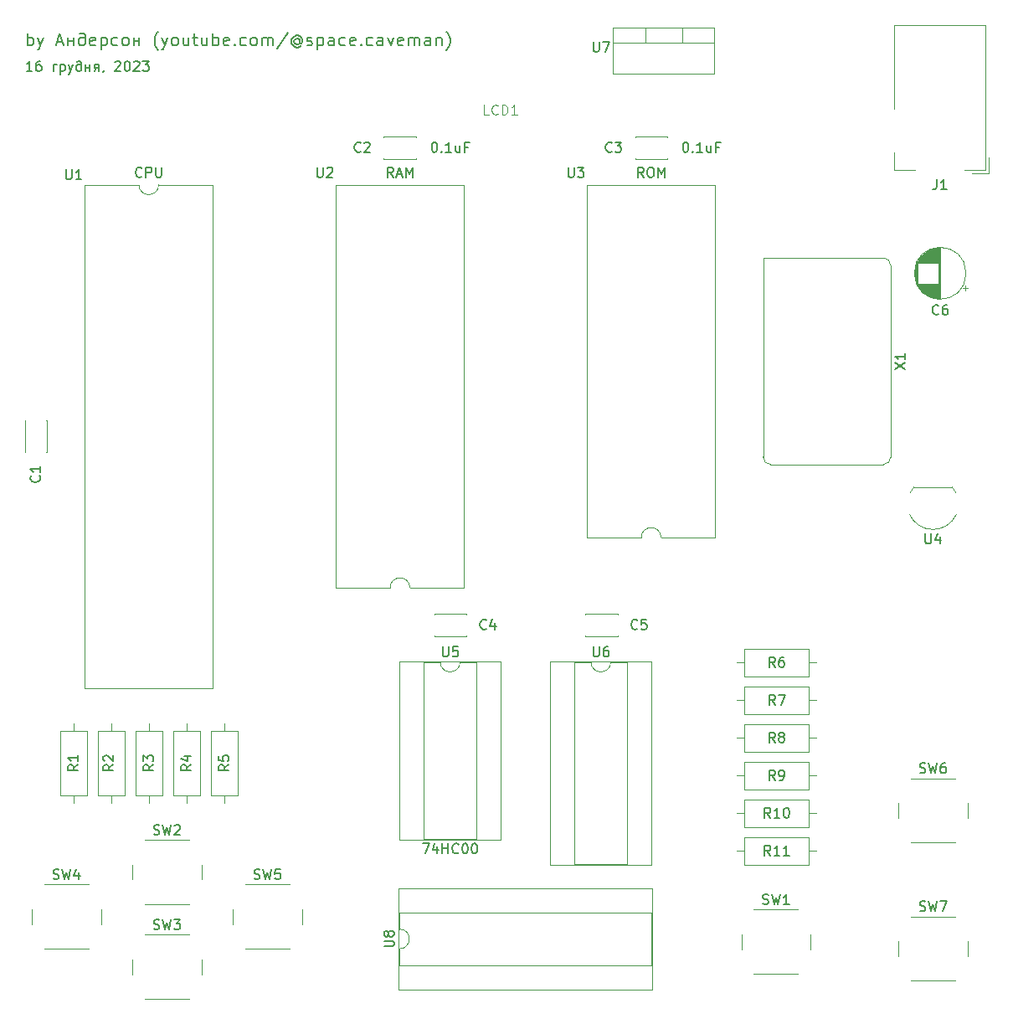
<source format=gbr>
%TF.GenerationSoftware,KiCad,Pcbnew,7.0.7*%
%TF.CreationDate,2023-12-16T17:10:38+02:00*%
%TF.ProjectId,main,6d61696e-2e6b-4696-9361-645f70636258,rev?*%
%TF.SameCoordinates,Original*%
%TF.FileFunction,Legend,Top*%
%TF.FilePolarity,Positive*%
%FSLAX46Y46*%
G04 Gerber Fmt 4.6, Leading zero omitted, Abs format (unit mm)*
G04 Created by KiCad (PCBNEW 7.0.7) date 2023-12-16 17:10:38*
%MOMM*%
%LPD*%
G01*
G04 APERTURE LIST*
%ADD10C,0.200000*%
%ADD11C,0.150000*%
%ADD12C,0.100000*%
%ADD13C,0.120000*%
G04 APERTURE END LIST*
D10*
X28833482Y-27807219D02*
X28262054Y-27807219D01*
X28547768Y-27807219D02*
X28547768Y-26807219D01*
X28547768Y-26807219D02*
X28452530Y-26950076D01*
X28452530Y-26950076D02*
X28357292Y-27045314D01*
X28357292Y-27045314D02*
X28262054Y-27092933D01*
X29690625Y-26807219D02*
X29500149Y-26807219D01*
X29500149Y-26807219D02*
X29404911Y-26854838D01*
X29404911Y-26854838D02*
X29357292Y-26902457D01*
X29357292Y-26902457D02*
X29262054Y-27045314D01*
X29262054Y-27045314D02*
X29214435Y-27235790D01*
X29214435Y-27235790D02*
X29214435Y-27616742D01*
X29214435Y-27616742D02*
X29262054Y-27711980D01*
X29262054Y-27711980D02*
X29309673Y-27759600D01*
X29309673Y-27759600D02*
X29404911Y-27807219D01*
X29404911Y-27807219D02*
X29595387Y-27807219D01*
X29595387Y-27807219D02*
X29690625Y-27759600D01*
X29690625Y-27759600D02*
X29738244Y-27711980D01*
X29738244Y-27711980D02*
X29785863Y-27616742D01*
X29785863Y-27616742D02*
X29785863Y-27378647D01*
X29785863Y-27378647D02*
X29738244Y-27283409D01*
X29738244Y-27283409D02*
X29690625Y-27235790D01*
X29690625Y-27235790D02*
X29595387Y-27188171D01*
X29595387Y-27188171D02*
X29404911Y-27188171D01*
X29404911Y-27188171D02*
X29309673Y-27235790D01*
X29309673Y-27235790D02*
X29262054Y-27283409D01*
X29262054Y-27283409D02*
X29214435Y-27378647D01*
X30976340Y-27807219D02*
X30976340Y-27140552D01*
X30976340Y-27140552D02*
X31357292Y-27140552D01*
X31690626Y-27140552D02*
X31690626Y-28140552D01*
X31690626Y-27188171D02*
X31785864Y-27140552D01*
X31785864Y-27140552D02*
X31976340Y-27140552D01*
X31976340Y-27140552D02*
X32071578Y-27188171D01*
X32071578Y-27188171D02*
X32119197Y-27235790D01*
X32119197Y-27235790D02*
X32166816Y-27331028D01*
X32166816Y-27331028D02*
X32166816Y-27616742D01*
X32166816Y-27616742D02*
X32119197Y-27711980D01*
X32119197Y-27711980D02*
X32071578Y-27759600D01*
X32071578Y-27759600D02*
X31976340Y-27807219D01*
X31976340Y-27807219D02*
X31785864Y-27807219D01*
X31785864Y-27807219D02*
X31690626Y-27759600D01*
X32500150Y-27140552D02*
X32738245Y-27807219D01*
X32976340Y-27140552D02*
X32738245Y-27807219D01*
X32738245Y-27807219D02*
X32643007Y-28045314D01*
X32643007Y-28045314D02*
X32595388Y-28092933D01*
X32595388Y-28092933D02*
X32500150Y-28140552D01*
X33833483Y-27235790D02*
X33785864Y-27188171D01*
X33785864Y-27188171D02*
X33690626Y-27140552D01*
X33690626Y-27140552D02*
X33500150Y-27140552D01*
X33500150Y-27140552D02*
X33404912Y-27188171D01*
X33404912Y-27188171D02*
X33357293Y-27235790D01*
X33357293Y-27235790D02*
X33309674Y-27331028D01*
X33309674Y-27331028D02*
X33309674Y-27616742D01*
X33309674Y-27616742D02*
X33357293Y-27711980D01*
X33357293Y-27711980D02*
X33404912Y-27759600D01*
X33404912Y-27759600D02*
X33500150Y-27807219D01*
X33500150Y-27807219D02*
X33643007Y-27807219D01*
X33643007Y-27807219D02*
X33738245Y-27759600D01*
X33738245Y-27759600D02*
X33785864Y-27711980D01*
X33785864Y-27711980D02*
X33833483Y-27616742D01*
X33833483Y-27616742D02*
X33833483Y-26997695D01*
X33833483Y-26997695D02*
X33785864Y-26902457D01*
X33785864Y-26902457D02*
X33738245Y-26854838D01*
X33738245Y-26854838D02*
X33643007Y-26807219D01*
X33643007Y-26807219D02*
X33452531Y-26807219D01*
X33452531Y-26807219D02*
X33357293Y-26854838D01*
X34262055Y-27473885D02*
X34690626Y-27473885D01*
X34262055Y-27140552D02*
X34262055Y-27807219D01*
X34690626Y-27140552D02*
X34690626Y-27807219D01*
X35357293Y-27521504D02*
X35119198Y-27807219D01*
X35547769Y-27807219D02*
X35547769Y-27140552D01*
X35547769Y-27140552D02*
X35262055Y-27140552D01*
X35262055Y-27140552D02*
X35166817Y-27188171D01*
X35166817Y-27188171D02*
X35119198Y-27283409D01*
X35119198Y-27283409D02*
X35119198Y-27378647D01*
X35119198Y-27378647D02*
X35166817Y-27473885D01*
X35166817Y-27473885D02*
X35262055Y-27521504D01*
X35262055Y-27521504D02*
X35547769Y-27521504D01*
X36071579Y-27759600D02*
X36071579Y-27807219D01*
X36071579Y-27807219D02*
X36023960Y-27902457D01*
X36023960Y-27902457D02*
X35976341Y-27950076D01*
X37214436Y-26902457D02*
X37262055Y-26854838D01*
X37262055Y-26854838D02*
X37357293Y-26807219D01*
X37357293Y-26807219D02*
X37595388Y-26807219D01*
X37595388Y-26807219D02*
X37690626Y-26854838D01*
X37690626Y-26854838D02*
X37738245Y-26902457D01*
X37738245Y-26902457D02*
X37785864Y-26997695D01*
X37785864Y-26997695D02*
X37785864Y-27092933D01*
X37785864Y-27092933D02*
X37738245Y-27235790D01*
X37738245Y-27235790D02*
X37166817Y-27807219D01*
X37166817Y-27807219D02*
X37785864Y-27807219D01*
X38404912Y-26807219D02*
X38500150Y-26807219D01*
X38500150Y-26807219D02*
X38595388Y-26854838D01*
X38595388Y-26854838D02*
X38643007Y-26902457D01*
X38643007Y-26902457D02*
X38690626Y-26997695D01*
X38690626Y-26997695D02*
X38738245Y-27188171D01*
X38738245Y-27188171D02*
X38738245Y-27426266D01*
X38738245Y-27426266D02*
X38690626Y-27616742D01*
X38690626Y-27616742D02*
X38643007Y-27711980D01*
X38643007Y-27711980D02*
X38595388Y-27759600D01*
X38595388Y-27759600D02*
X38500150Y-27807219D01*
X38500150Y-27807219D02*
X38404912Y-27807219D01*
X38404912Y-27807219D02*
X38309674Y-27759600D01*
X38309674Y-27759600D02*
X38262055Y-27711980D01*
X38262055Y-27711980D02*
X38214436Y-27616742D01*
X38214436Y-27616742D02*
X38166817Y-27426266D01*
X38166817Y-27426266D02*
X38166817Y-27188171D01*
X38166817Y-27188171D02*
X38214436Y-26997695D01*
X38214436Y-26997695D02*
X38262055Y-26902457D01*
X38262055Y-26902457D02*
X38309674Y-26854838D01*
X38309674Y-26854838D02*
X38404912Y-26807219D01*
X39119198Y-26902457D02*
X39166817Y-26854838D01*
X39166817Y-26854838D02*
X39262055Y-26807219D01*
X39262055Y-26807219D02*
X39500150Y-26807219D01*
X39500150Y-26807219D02*
X39595388Y-26854838D01*
X39595388Y-26854838D02*
X39643007Y-26902457D01*
X39643007Y-26902457D02*
X39690626Y-26997695D01*
X39690626Y-26997695D02*
X39690626Y-27092933D01*
X39690626Y-27092933D02*
X39643007Y-27235790D01*
X39643007Y-27235790D02*
X39071579Y-27807219D01*
X39071579Y-27807219D02*
X39690626Y-27807219D01*
X40023960Y-26807219D02*
X40643007Y-26807219D01*
X40643007Y-26807219D02*
X40309674Y-27188171D01*
X40309674Y-27188171D02*
X40452531Y-27188171D01*
X40452531Y-27188171D02*
X40547769Y-27235790D01*
X40547769Y-27235790D02*
X40595388Y-27283409D01*
X40595388Y-27283409D02*
X40643007Y-27378647D01*
X40643007Y-27378647D02*
X40643007Y-27616742D01*
X40643007Y-27616742D02*
X40595388Y-27711980D01*
X40595388Y-27711980D02*
X40547769Y-27759600D01*
X40547769Y-27759600D02*
X40452531Y-27807219D01*
X40452531Y-27807219D02*
X40166817Y-27807219D01*
X40166817Y-27807219D02*
X40071579Y-27759600D01*
X40071579Y-27759600D02*
X40023960Y-27711980D01*
X28369197Y-25236623D02*
X28369197Y-23986623D01*
X28369197Y-24462814D02*
X28488244Y-24403290D01*
X28488244Y-24403290D02*
X28726339Y-24403290D01*
X28726339Y-24403290D02*
X28845387Y-24462814D01*
X28845387Y-24462814D02*
X28904911Y-24522338D01*
X28904911Y-24522338D02*
X28964435Y-24641385D01*
X28964435Y-24641385D02*
X28964435Y-24998528D01*
X28964435Y-24998528D02*
X28904911Y-25117576D01*
X28904911Y-25117576D02*
X28845387Y-25177100D01*
X28845387Y-25177100D02*
X28726339Y-25236623D01*
X28726339Y-25236623D02*
X28488244Y-25236623D01*
X28488244Y-25236623D02*
X28369197Y-25177100D01*
X29381101Y-24403290D02*
X29678720Y-25236623D01*
X29976339Y-24403290D02*
X29678720Y-25236623D01*
X29678720Y-25236623D02*
X29559672Y-25534242D01*
X29559672Y-25534242D02*
X29500149Y-25593766D01*
X29500149Y-25593766D02*
X29381101Y-25653290D01*
X31345387Y-24879480D02*
X31940625Y-24879480D01*
X31226339Y-25236623D02*
X31643006Y-23986623D01*
X31643006Y-23986623D02*
X32059672Y-25236623D01*
X32476340Y-24819957D02*
X33012054Y-24819957D01*
X32476340Y-24403290D02*
X32476340Y-25236623D01*
X33012054Y-24403290D02*
X33012054Y-25236623D01*
X34202530Y-24522338D02*
X34143006Y-24462814D01*
X34143006Y-24462814D02*
X34023958Y-24403290D01*
X34023958Y-24403290D02*
X33785863Y-24403290D01*
X33785863Y-24403290D02*
X33666815Y-24462814D01*
X33666815Y-24462814D02*
X33607292Y-24522338D01*
X33607292Y-24522338D02*
X33547768Y-24641385D01*
X33547768Y-24641385D02*
X33547768Y-24998528D01*
X33547768Y-24998528D02*
X33607292Y-25117576D01*
X33607292Y-25117576D02*
X33666815Y-25177100D01*
X33666815Y-25177100D02*
X33785863Y-25236623D01*
X33785863Y-25236623D02*
X33964434Y-25236623D01*
X33964434Y-25236623D02*
X34083482Y-25177100D01*
X34083482Y-25177100D02*
X34143006Y-25117576D01*
X34143006Y-25117576D02*
X34202530Y-24998528D01*
X34202530Y-24998528D02*
X34202530Y-24224719D01*
X34202530Y-24224719D02*
X34143006Y-24105671D01*
X34143006Y-24105671D02*
X34083482Y-24046147D01*
X34083482Y-24046147D02*
X33964434Y-23986623D01*
X33964434Y-23986623D02*
X33726339Y-23986623D01*
X33726339Y-23986623D02*
X33607292Y-24046147D01*
X35214434Y-25177100D02*
X35095386Y-25236623D01*
X35095386Y-25236623D02*
X34857291Y-25236623D01*
X34857291Y-25236623D02*
X34738244Y-25177100D01*
X34738244Y-25177100D02*
X34678720Y-25058052D01*
X34678720Y-25058052D02*
X34678720Y-24581861D01*
X34678720Y-24581861D02*
X34738244Y-24462814D01*
X34738244Y-24462814D02*
X34857291Y-24403290D01*
X34857291Y-24403290D02*
X35095386Y-24403290D01*
X35095386Y-24403290D02*
X35214434Y-24462814D01*
X35214434Y-24462814D02*
X35273958Y-24581861D01*
X35273958Y-24581861D02*
X35273958Y-24700909D01*
X35273958Y-24700909D02*
X34678720Y-24819957D01*
X35809673Y-24403290D02*
X35809673Y-25653290D01*
X35809673Y-24462814D02*
X35928720Y-24403290D01*
X35928720Y-24403290D02*
X36166815Y-24403290D01*
X36166815Y-24403290D02*
X36285863Y-24462814D01*
X36285863Y-24462814D02*
X36345387Y-24522338D01*
X36345387Y-24522338D02*
X36404911Y-24641385D01*
X36404911Y-24641385D02*
X36404911Y-24998528D01*
X36404911Y-24998528D02*
X36345387Y-25117576D01*
X36345387Y-25117576D02*
X36285863Y-25177100D01*
X36285863Y-25177100D02*
X36166815Y-25236623D01*
X36166815Y-25236623D02*
X35928720Y-25236623D01*
X35928720Y-25236623D02*
X35809673Y-25177100D01*
X37476339Y-25177100D02*
X37357291Y-25236623D01*
X37357291Y-25236623D02*
X37119196Y-25236623D01*
X37119196Y-25236623D02*
X37000148Y-25177100D01*
X37000148Y-25177100D02*
X36940625Y-25117576D01*
X36940625Y-25117576D02*
X36881101Y-24998528D01*
X36881101Y-24998528D02*
X36881101Y-24641385D01*
X36881101Y-24641385D02*
X36940625Y-24522338D01*
X36940625Y-24522338D02*
X37000148Y-24462814D01*
X37000148Y-24462814D02*
X37119196Y-24403290D01*
X37119196Y-24403290D02*
X37357291Y-24403290D01*
X37357291Y-24403290D02*
X37476339Y-24462814D01*
X38190625Y-25236623D02*
X38071577Y-25177100D01*
X38071577Y-25177100D02*
X38012054Y-25117576D01*
X38012054Y-25117576D02*
X37952530Y-24998528D01*
X37952530Y-24998528D02*
X37952530Y-24641385D01*
X37952530Y-24641385D02*
X38012054Y-24522338D01*
X38012054Y-24522338D02*
X38071577Y-24462814D01*
X38071577Y-24462814D02*
X38190625Y-24403290D01*
X38190625Y-24403290D02*
X38369196Y-24403290D01*
X38369196Y-24403290D02*
X38488244Y-24462814D01*
X38488244Y-24462814D02*
X38547768Y-24522338D01*
X38547768Y-24522338D02*
X38607292Y-24641385D01*
X38607292Y-24641385D02*
X38607292Y-24998528D01*
X38607292Y-24998528D02*
X38547768Y-25117576D01*
X38547768Y-25117576D02*
X38488244Y-25177100D01*
X38488244Y-25177100D02*
X38369196Y-25236623D01*
X38369196Y-25236623D02*
X38190625Y-25236623D01*
X39143006Y-24819957D02*
X39678720Y-24819957D01*
X39143006Y-24403290D02*
X39143006Y-25236623D01*
X39678720Y-24403290D02*
X39678720Y-25236623D01*
X41583481Y-25712814D02*
X41523958Y-25653290D01*
X41523958Y-25653290D02*
X41404910Y-25474719D01*
X41404910Y-25474719D02*
X41345386Y-25355671D01*
X41345386Y-25355671D02*
X41285862Y-25177100D01*
X41285862Y-25177100D02*
X41226339Y-24879480D01*
X41226339Y-24879480D02*
X41226339Y-24641385D01*
X41226339Y-24641385D02*
X41285862Y-24343766D01*
X41285862Y-24343766D02*
X41345386Y-24165195D01*
X41345386Y-24165195D02*
X41404910Y-24046147D01*
X41404910Y-24046147D02*
X41523958Y-23867576D01*
X41523958Y-23867576D02*
X41583481Y-23808052D01*
X41940624Y-24403290D02*
X42238243Y-25236623D01*
X42535862Y-24403290D02*
X42238243Y-25236623D01*
X42238243Y-25236623D02*
X42119195Y-25534242D01*
X42119195Y-25534242D02*
X42059672Y-25593766D01*
X42059672Y-25593766D02*
X41940624Y-25653290D01*
X43190624Y-25236623D02*
X43071576Y-25177100D01*
X43071576Y-25177100D02*
X43012053Y-25117576D01*
X43012053Y-25117576D02*
X42952529Y-24998528D01*
X42952529Y-24998528D02*
X42952529Y-24641385D01*
X42952529Y-24641385D02*
X43012053Y-24522338D01*
X43012053Y-24522338D02*
X43071576Y-24462814D01*
X43071576Y-24462814D02*
X43190624Y-24403290D01*
X43190624Y-24403290D02*
X43369195Y-24403290D01*
X43369195Y-24403290D02*
X43488243Y-24462814D01*
X43488243Y-24462814D02*
X43547767Y-24522338D01*
X43547767Y-24522338D02*
X43607291Y-24641385D01*
X43607291Y-24641385D02*
X43607291Y-24998528D01*
X43607291Y-24998528D02*
X43547767Y-25117576D01*
X43547767Y-25117576D02*
X43488243Y-25177100D01*
X43488243Y-25177100D02*
X43369195Y-25236623D01*
X43369195Y-25236623D02*
X43190624Y-25236623D01*
X44678719Y-24403290D02*
X44678719Y-25236623D01*
X44143005Y-24403290D02*
X44143005Y-25058052D01*
X44143005Y-25058052D02*
X44202528Y-25177100D01*
X44202528Y-25177100D02*
X44321576Y-25236623D01*
X44321576Y-25236623D02*
X44500147Y-25236623D01*
X44500147Y-25236623D02*
X44619195Y-25177100D01*
X44619195Y-25177100D02*
X44678719Y-25117576D01*
X45095385Y-24403290D02*
X45571576Y-24403290D01*
X45273957Y-23986623D02*
X45273957Y-25058052D01*
X45273957Y-25058052D02*
X45333480Y-25177100D01*
X45333480Y-25177100D02*
X45452528Y-25236623D01*
X45452528Y-25236623D02*
X45571576Y-25236623D01*
X46523957Y-24403290D02*
X46523957Y-25236623D01*
X45988243Y-24403290D02*
X45988243Y-25058052D01*
X45988243Y-25058052D02*
X46047766Y-25177100D01*
X46047766Y-25177100D02*
X46166814Y-25236623D01*
X46166814Y-25236623D02*
X46345385Y-25236623D01*
X46345385Y-25236623D02*
X46464433Y-25177100D01*
X46464433Y-25177100D02*
X46523957Y-25117576D01*
X47119195Y-25236623D02*
X47119195Y-23986623D01*
X47119195Y-24462814D02*
X47238242Y-24403290D01*
X47238242Y-24403290D02*
X47476337Y-24403290D01*
X47476337Y-24403290D02*
X47595385Y-24462814D01*
X47595385Y-24462814D02*
X47654909Y-24522338D01*
X47654909Y-24522338D02*
X47714433Y-24641385D01*
X47714433Y-24641385D02*
X47714433Y-24998528D01*
X47714433Y-24998528D02*
X47654909Y-25117576D01*
X47654909Y-25117576D02*
X47595385Y-25177100D01*
X47595385Y-25177100D02*
X47476337Y-25236623D01*
X47476337Y-25236623D02*
X47238242Y-25236623D01*
X47238242Y-25236623D02*
X47119195Y-25177100D01*
X48726337Y-25177100D02*
X48607289Y-25236623D01*
X48607289Y-25236623D02*
X48369194Y-25236623D01*
X48369194Y-25236623D02*
X48250147Y-25177100D01*
X48250147Y-25177100D02*
X48190623Y-25058052D01*
X48190623Y-25058052D02*
X48190623Y-24581861D01*
X48190623Y-24581861D02*
X48250147Y-24462814D01*
X48250147Y-24462814D02*
X48369194Y-24403290D01*
X48369194Y-24403290D02*
X48607289Y-24403290D01*
X48607289Y-24403290D02*
X48726337Y-24462814D01*
X48726337Y-24462814D02*
X48785861Y-24581861D01*
X48785861Y-24581861D02*
X48785861Y-24700909D01*
X48785861Y-24700909D02*
X48190623Y-24819957D01*
X49321576Y-25117576D02*
X49381099Y-25177100D01*
X49381099Y-25177100D02*
X49321576Y-25236623D01*
X49321576Y-25236623D02*
X49262052Y-25177100D01*
X49262052Y-25177100D02*
X49321576Y-25117576D01*
X49321576Y-25117576D02*
X49321576Y-25236623D01*
X50452528Y-25177100D02*
X50333480Y-25236623D01*
X50333480Y-25236623D02*
X50095385Y-25236623D01*
X50095385Y-25236623D02*
X49976337Y-25177100D01*
X49976337Y-25177100D02*
X49916814Y-25117576D01*
X49916814Y-25117576D02*
X49857290Y-24998528D01*
X49857290Y-24998528D02*
X49857290Y-24641385D01*
X49857290Y-24641385D02*
X49916814Y-24522338D01*
X49916814Y-24522338D02*
X49976337Y-24462814D01*
X49976337Y-24462814D02*
X50095385Y-24403290D01*
X50095385Y-24403290D02*
X50333480Y-24403290D01*
X50333480Y-24403290D02*
X50452528Y-24462814D01*
X51166814Y-25236623D02*
X51047766Y-25177100D01*
X51047766Y-25177100D02*
X50988243Y-25117576D01*
X50988243Y-25117576D02*
X50928719Y-24998528D01*
X50928719Y-24998528D02*
X50928719Y-24641385D01*
X50928719Y-24641385D02*
X50988243Y-24522338D01*
X50988243Y-24522338D02*
X51047766Y-24462814D01*
X51047766Y-24462814D02*
X51166814Y-24403290D01*
X51166814Y-24403290D02*
X51345385Y-24403290D01*
X51345385Y-24403290D02*
X51464433Y-24462814D01*
X51464433Y-24462814D02*
X51523957Y-24522338D01*
X51523957Y-24522338D02*
X51583481Y-24641385D01*
X51583481Y-24641385D02*
X51583481Y-24998528D01*
X51583481Y-24998528D02*
X51523957Y-25117576D01*
X51523957Y-25117576D02*
X51464433Y-25177100D01*
X51464433Y-25177100D02*
X51345385Y-25236623D01*
X51345385Y-25236623D02*
X51166814Y-25236623D01*
X52119195Y-25236623D02*
X52119195Y-24403290D01*
X52119195Y-24522338D02*
X52178718Y-24462814D01*
X52178718Y-24462814D02*
X52297766Y-24403290D01*
X52297766Y-24403290D02*
X52476337Y-24403290D01*
X52476337Y-24403290D02*
X52595385Y-24462814D01*
X52595385Y-24462814D02*
X52654909Y-24581861D01*
X52654909Y-24581861D02*
X52654909Y-25236623D01*
X52654909Y-24581861D02*
X52714433Y-24462814D01*
X52714433Y-24462814D02*
X52833480Y-24403290D01*
X52833480Y-24403290D02*
X53012052Y-24403290D01*
X53012052Y-24403290D02*
X53131099Y-24462814D01*
X53131099Y-24462814D02*
X53190623Y-24581861D01*
X53190623Y-24581861D02*
X53190623Y-25236623D01*
X54678719Y-23927100D02*
X53607290Y-25534242D01*
X55869195Y-24641385D02*
X55809671Y-24581861D01*
X55809671Y-24581861D02*
X55690624Y-24522338D01*
X55690624Y-24522338D02*
X55571576Y-24522338D01*
X55571576Y-24522338D02*
X55452528Y-24581861D01*
X55452528Y-24581861D02*
X55393005Y-24641385D01*
X55393005Y-24641385D02*
X55333481Y-24760433D01*
X55333481Y-24760433D02*
X55333481Y-24879480D01*
X55333481Y-24879480D02*
X55393005Y-24998528D01*
X55393005Y-24998528D02*
X55452528Y-25058052D01*
X55452528Y-25058052D02*
X55571576Y-25117576D01*
X55571576Y-25117576D02*
X55690624Y-25117576D01*
X55690624Y-25117576D02*
X55809671Y-25058052D01*
X55809671Y-25058052D02*
X55869195Y-24998528D01*
X55869195Y-24522338D02*
X55869195Y-24998528D01*
X55869195Y-24998528D02*
X55928719Y-25058052D01*
X55928719Y-25058052D02*
X55988243Y-25058052D01*
X55988243Y-25058052D02*
X56107290Y-24998528D01*
X56107290Y-24998528D02*
X56166814Y-24879480D01*
X56166814Y-24879480D02*
X56166814Y-24581861D01*
X56166814Y-24581861D02*
X56047767Y-24403290D01*
X56047767Y-24403290D02*
X55869195Y-24284242D01*
X55869195Y-24284242D02*
X55631100Y-24224719D01*
X55631100Y-24224719D02*
X55393005Y-24284242D01*
X55393005Y-24284242D02*
X55214433Y-24403290D01*
X55214433Y-24403290D02*
X55095386Y-24581861D01*
X55095386Y-24581861D02*
X55035862Y-24819957D01*
X55035862Y-24819957D02*
X55095386Y-25058052D01*
X55095386Y-25058052D02*
X55214433Y-25236623D01*
X55214433Y-25236623D02*
X55393005Y-25355671D01*
X55393005Y-25355671D02*
X55631100Y-25415195D01*
X55631100Y-25415195D02*
X55869195Y-25355671D01*
X55869195Y-25355671D02*
X56047767Y-25236623D01*
X56643005Y-25177100D02*
X56762052Y-25236623D01*
X56762052Y-25236623D02*
X57000148Y-25236623D01*
X57000148Y-25236623D02*
X57119195Y-25177100D01*
X57119195Y-25177100D02*
X57178719Y-25058052D01*
X57178719Y-25058052D02*
X57178719Y-24998528D01*
X57178719Y-24998528D02*
X57119195Y-24879480D01*
X57119195Y-24879480D02*
X57000148Y-24819957D01*
X57000148Y-24819957D02*
X56821576Y-24819957D01*
X56821576Y-24819957D02*
X56702529Y-24760433D01*
X56702529Y-24760433D02*
X56643005Y-24641385D01*
X56643005Y-24641385D02*
X56643005Y-24581861D01*
X56643005Y-24581861D02*
X56702529Y-24462814D01*
X56702529Y-24462814D02*
X56821576Y-24403290D01*
X56821576Y-24403290D02*
X57000148Y-24403290D01*
X57000148Y-24403290D02*
X57119195Y-24462814D01*
X57714434Y-24403290D02*
X57714434Y-25653290D01*
X57714434Y-24462814D02*
X57833481Y-24403290D01*
X57833481Y-24403290D02*
X58071576Y-24403290D01*
X58071576Y-24403290D02*
X58190624Y-24462814D01*
X58190624Y-24462814D02*
X58250148Y-24522338D01*
X58250148Y-24522338D02*
X58309672Y-24641385D01*
X58309672Y-24641385D02*
X58309672Y-24998528D01*
X58309672Y-24998528D02*
X58250148Y-25117576D01*
X58250148Y-25117576D02*
X58190624Y-25177100D01*
X58190624Y-25177100D02*
X58071576Y-25236623D01*
X58071576Y-25236623D02*
X57833481Y-25236623D01*
X57833481Y-25236623D02*
X57714434Y-25177100D01*
X59381100Y-25236623D02*
X59381100Y-24581861D01*
X59381100Y-24581861D02*
X59321576Y-24462814D01*
X59321576Y-24462814D02*
X59202528Y-24403290D01*
X59202528Y-24403290D02*
X58964433Y-24403290D01*
X58964433Y-24403290D02*
X58845386Y-24462814D01*
X59381100Y-25177100D02*
X59262052Y-25236623D01*
X59262052Y-25236623D02*
X58964433Y-25236623D01*
X58964433Y-25236623D02*
X58845386Y-25177100D01*
X58845386Y-25177100D02*
X58785862Y-25058052D01*
X58785862Y-25058052D02*
X58785862Y-24939004D01*
X58785862Y-24939004D02*
X58845386Y-24819957D01*
X58845386Y-24819957D02*
X58964433Y-24760433D01*
X58964433Y-24760433D02*
X59262052Y-24760433D01*
X59262052Y-24760433D02*
X59381100Y-24700909D01*
X60512052Y-25177100D02*
X60393004Y-25236623D01*
X60393004Y-25236623D02*
X60154909Y-25236623D01*
X60154909Y-25236623D02*
X60035861Y-25177100D01*
X60035861Y-25177100D02*
X59976338Y-25117576D01*
X59976338Y-25117576D02*
X59916814Y-24998528D01*
X59916814Y-24998528D02*
X59916814Y-24641385D01*
X59916814Y-24641385D02*
X59976338Y-24522338D01*
X59976338Y-24522338D02*
X60035861Y-24462814D01*
X60035861Y-24462814D02*
X60154909Y-24403290D01*
X60154909Y-24403290D02*
X60393004Y-24403290D01*
X60393004Y-24403290D02*
X60512052Y-24462814D01*
X61523957Y-25177100D02*
X61404909Y-25236623D01*
X61404909Y-25236623D02*
X61166814Y-25236623D01*
X61166814Y-25236623D02*
X61047767Y-25177100D01*
X61047767Y-25177100D02*
X60988243Y-25058052D01*
X60988243Y-25058052D02*
X60988243Y-24581861D01*
X60988243Y-24581861D02*
X61047767Y-24462814D01*
X61047767Y-24462814D02*
X61166814Y-24403290D01*
X61166814Y-24403290D02*
X61404909Y-24403290D01*
X61404909Y-24403290D02*
X61523957Y-24462814D01*
X61523957Y-24462814D02*
X61583481Y-24581861D01*
X61583481Y-24581861D02*
X61583481Y-24700909D01*
X61583481Y-24700909D02*
X60988243Y-24819957D01*
X62119196Y-25117576D02*
X62178719Y-25177100D01*
X62178719Y-25177100D02*
X62119196Y-25236623D01*
X62119196Y-25236623D02*
X62059672Y-25177100D01*
X62059672Y-25177100D02*
X62119196Y-25117576D01*
X62119196Y-25117576D02*
X62119196Y-25236623D01*
X63250148Y-25177100D02*
X63131100Y-25236623D01*
X63131100Y-25236623D02*
X62893005Y-25236623D01*
X62893005Y-25236623D02*
X62773957Y-25177100D01*
X62773957Y-25177100D02*
X62714434Y-25117576D01*
X62714434Y-25117576D02*
X62654910Y-24998528D01*
X62654910Y-24998528D02*
X62654910Y-24641385D01*
X62654910Y-24641385D02*
X62714434Y-24522338D01*
X62714434Y-24522338D02*
X62773957Y-24462814D01*
X62773957Y-24462814D02*
X62893005Y-24403290D01*
X62893005Y-24403290D02*
X63131100Y-24403290D01*
X63131100Y-24403290D02*
X63250148Y-24462814D01*
X64321577Y-25236623D02*
X64321577Y-24581861D01*
X64321577Y-24581861D02*
X64262053Y-24462814D01*
X64262053Y-24462814D02*
X64143005Y-24403290D01*
X64143005Y-24403290D02*
X63904910Y-24403290D01*
X63904910Y-24403290D02*
X63785863Y-24462814D01*
X64321577Y-25177100D02*
X64202529Y-25236623D01*
X64202529Y-25236623D02*
X63904910Y-25236623D01*
X63904910Y-25236623D02*
X63785863Y-25177100D01*
X63785863Y-25177100D02*
X63726339Y-25058052D01*
X63726339Y-25058052D02*
X63726339Y-24939004D01*
X63726339Y-24939004D02*
X63785863Y-24819957D01*
X63785863Y-24819957D02*
X63904910Y-24760433D01*
X63904910Y-24760433D02*
X64202529Y-24760433D01*
X64202529Y-24760433D02*
X64321577Y-24700909D01*
X64797767Y-24403290D02*
X65095386Y-25236623D01*
X65095386Y-25236623D02*
X65393005Y-24403290D01*
X66345386Y-25177100D02*
X66226338Y-25236623D01*
X66226338Y-25236623D02*
X65988243Y-25236623D01*
X65988243Y-25236623D02*
X65869196Y-25177100D01*
X65869196Y-25177100D02*
X65809672Y-25058052D01*
X65809672Y-25058052D02*
X65809672Y-24581861D01*
X65809672Y-24581861D02*
X65869196Y-24462814D01*
X65869196Y-24462814D02*
X65988243Y-24403290D01*
X65988243Y-24403290D02*
X66226338Y-24403290D01*
X66226338Y-24403290D02*
X66345386Y-24462814D01*
X66345386Y-24462814D02*
X66404910Y-24581861D01*
X66404910Y-24581861D02*
X66404910Y-24700909D01*
X66404910Y-24700909D02*
X65809672Y-24819957D01*
X66940625Y-25236623D02*
X66940625Y-24403290D01*
X66940625Y-24522338D02*
X67000148Y-24462814D01*
X67000148Y-24462814D02*
X67119196Y-24403290D01*
X67119196Y-24403290D02*
X67297767Y-24403290D01*
X67297767Y-24403290D02*
X67416815Y-24462814D01*
X67416815Y-24462814D02*
X67476339Y-24581861D01*
X67476339Y-24581861D02*
X67476339Y-25236623D01*
X67476339Y-24581861D02*
X67535863Y-24462814D01*
X67535863Y-24462814D02*
X67654910Y-24403290D01*
X67654910Y-24403290D02*
X67833482Y-24403290D01*
X67833482Y-24403290D02*
X67952529Y-24462814D01*
X67952529Y-24462814D02*
X68012053Y-24581861D01*
X68012053Y-24581861D02*
X68012053Y-25236623D01*
X69143006Y-25236623D02*
X69143006Y-24581861D01*
X69143006Y-24581861D02*
X69083482Y-24462814D01*
X69083482Y-24462814D02*
X68964434Y-24403290D01*
X68964434Y-24403290D02*
X68726339Y-24403290D01*
X68726339Y-24403290D02*
X68607292Y-24462814D01*
X69143006Y-25177100D02*
X69023958Y-25236623D01*
X69023958Y-25236623D02*
X68726339Y-25236623D01*
X68726339Y-25236623D02*
X68607292Y-25177100D01*
X68607292Y-25177100D02*
X68547768Y-25058052D01*
X68547768Y-25058052D02*
X68547768Y-24939004D01*
X68547768Y-24939004D02*
X68607292Y-24819957D01*
X68607292Y-24819957D02*
X68726339Y-24760433D01*
X68726339Y-24760433D02*
X69023958Y-24760433D01*
X69023958Y-24760433D02*
X69143006Y-24700909D01*
X69738244Y-24403290D02*
X69738244Y-25236623D01*
X69738244Y-24522338D02*
X69797767Y-24462814D01*
X69797767Y-24462814D02*
X69916815Y-24403290D01*
X69916815Y-24403290D02*
X70095386Y-24403290D01*
X70095386Y-24403290D02*
X70214434Y-24462814D01*
X70214434Y-24462814D02*
X70273958Y-24581861D01*
X70273958Y-24581861D02*
X70273958Y-25236623D01*
X70750148Y-25712814D02*
X70809672Y-25653290D01*
X70809672Y-25653290D02*
X70928719Y-25474719D01*
X70928719Y-25474719D02*
X70988243Y-25355671D01*
X70988243Y-25355671D02*
X71047767Y-25177100D01*
X71047767Y-25177100D02*
X71107291Y-24879480D01*
X71107291Y-24879480D02*
X71107291Y-24641385D01*
X71107291Y-24641385D02*
X71047767Y-24343766D01*
X71047767Y-24343766D02*
X70988243Y-24165195D01*
X70988243Y-24165195D02*
X70928719Y-24046147D01*
X70928719Y-24046147D02*
X70809672Y-23867576D01*
X70809672Y-23867576D02*
X70750148Y-23808052D01*
D11*
X33474819Y-97956666D02*
X32998628Y-98289999D01*
X33474819Y-98528094D02*
X32474819Y-98528094D01*
X32474819Y-98528094D02*
X32474819Y-98147142D01*
X32474819Y-98147142D02*
X32522438Y-98051904D01*
X32522438Y-98051904D02*
X32570057Y-98004285D01*
X32570057Y-98004285D02*
X32665295Y-97956666D01*
X32665295Y-97956666D02*
X32808152Y-97956666D01*
X32808152Y-97956666D02*
X32903390Y-98004285D01*
X32903390Y-98004285D02*
X32951009Y-98051904D01*
X32951009Y-98051904D02*
X32998628Y-98147142D01*
X32998628Y-98147142D02*
X32998628Y-98528094D01*
X33474819Y-97004285D02*
X33474819Y-97575713D01*
X33474819Y-97289999D02*
X32474819Y-97289999D01*
X32474819Y-97289999D02*
X32617676Y-97385237D01*
X32617676Y-97385237D02*
X32712914Y-97480475D01*
X32712914Y-97480475D02*
X32760533Y-97575713D01*
X87463333Y-35919580D02*
X87415714Y-35967200D01*
X87415714Y-35967200D02*
X87272857Y-36014819D01*
X87272857Y-36014819D02*
X87177619Y-36014819D01*
X87177619Y-36014819D02*
X87034762Y-35967200D01*
X87034762Y-35967200D02*
X86939524Y-35871961D01*
X86939524Y-35871961D02*
X86891905Y-35776723D01*
X86891905Y-35776723D02*
X86844286Y-35586247D01*
X86844286Y-35586247D02*
X86844286Y-35443390D01*
X86844286Y-35443390D02*
X86891905Y-35252914D01*
X86891905Y-35252914D02*
X86939524Y-35157676D01*
X86939524Y-35157676D02*
X87034762Y-35062438D01*
X87034762Y-35062438D02*
X87177619Y-35014819D01*
X87177619Y-35014819D02*
X87272857Y-35014819D01*
X87272857Y-35014819D02*
X87415714Y-35062438D01*
X87415714Y-35062438D02*
X87463333Y-35110057D01*
X87796667Y-35014819D02*
X88415714Y-35014819D01*
X88415714Y-35014819D02*
X88082381Y-35395771D01*
X88082381Y-35395771D02*
X88225238Y-35395771D01*
X88225238Y-35395771D02*
X88320476Y-35443390D01*
X88320476Y-35443390D02*
X88368095Y-35491009D01*
X88368095Y-35491009D02*
X88415714Y-35586247D01*
X88415714Y-35586247D02*
X88415714Y-35824342D01*
X88415714Y-35824342D02*
X88368095Y-35919580D01*
X88368095Y-35919580D02*
X88320476Y-35967200D01*
X88320476Y-35967200D02*
X88225238Y-36014819D01*
X88225238Y-36014819D02*
X87939524Y-36014819D01*
X87939524Y-36014819D02*
X87844286Y-35967200D01*
X87844286Y-35967200D02*
X87796667Y-35919580D01*
X94877143Y-35014819D02*
X94972381Y-35014819D01*
X94972381Y-35014819D02*
X95067619Y-35062438D01*
X95067619Y-35062438D02*
X95115238Y-35110057D01*
X95115238Y-35110057D02*
X95162857Y-35205295D01*
X95162857Y-35205295D02*
X95210476Y-35395771D01*
X95210476Y-35395771D02*
X95210476Y-35633866D01*
X95210476Y-35633866D02*
X95162857Y-35824342D01*
X95162857Y-35824342D02*
X95115238Y-35919580D01*
X95115238Y-35919580D02*
X95067619Y-35967200D01*
X95067619Y-35967200D02*
X94972381Y-36014819D01*
X94972381Y-36014819D02*
X94877143Y-36014819D01*
X94877143Y-36014819D02*
X94781905Y-35967200D01*
X94781905Y-35967200D02*
X94734286Y-35919580D01*
X94734286Y-35919580D02*
X94686667Y-35824342D01*
X94686667Y-35824342D02*
X94639048Y-35633866D01*
X94639048Y-35633866D02*
X94639048Y-35395771D01*
X94639048Y-35395771D02*
X94686667Y-35205295D01*
X94686667Y-35205295D02*
X94734286Y-35110057D01*
X94734286Y-35110057D02*
X94781905Y-35062438D01*
X94781905Y-35062438D02*
X94877143Y-35014819D01*
X95639048Y-35919580D02*
X95686667Y-35967200D01*
X95686667Y-35967200D02*
X95639048Y-36014819D01*
X95639048Y-36014819D02*
X95591429Y-35967200D01*
X95591429Y-35967200D02*
X95639048Y-35919580D01*
X95639048Y-35919580D02*
X95639048Y-36014819D01*
X96639047Y-36014819D02*
X96067619Y-36014819D01*
X96353333Y-36014819D02*
X96353333Y-35014819D01*
X96353333Y-35014819D02*
X96258095Y-35157676D01*
X96258095Y-35157676D02*
X96162857Y-35252914D01*
X96162857Y-35252914D02*
X96067619Y-35300533D01*
X97496190Y-35348152D02*
X97496190Y-36014819D01*
X97067619Y-35348152D02*
X97067619Y-35871961D01*
X97067619Y-35871961D02*
X97115238Y-35967200D01*
X97115238Y-35967200D02*
X97210476Y-36014819D01*
X97210476Y-36014819D02*
X97353333Y-36014819D01*
X97353333Y-36014819D02*
X97448571Y-35967200D01*
X97448571Y-35967200D02*
X97496190Y-35919580D01*
X98305714Y-35491009D02*
X97972381Y-35491009D01*
X97972381Y-36014819D02*
X97972381Y-35014819D01*
X97972381Y-35014819D02*
X98448571Y-35014819D01*
X103497142Y-103324819D02*
X103163809Y-102848628D01*
X102925714Y-103324819D02*
X102925714Y-102324819D01*
X102925714Y-102324819D02*
X103306666Y-102324819D01*
X103306666Y-102324819D02*
X103401904Y-102372438D01*
X103401904Y-102372438D02*
X103449523Y-102420057D01*
X103449523Y-102420057D02*
X103497142Y-102515295D01*
X103497142Y-102515295D02*
X103497142Y-102658152D01*
X103497142Y-102658152D02*
X103449523Y-102753390D01*
X103449523Y-102753390D02*
X103401904Y-102801009D01*
X103401904Y-102801009D02*
X103306666Y-102848628D01*
X103306666Y-102848628D02*
X102925714Y-102848628D01*
X104449523Y-103324819D02*
X103878095Y-103324819D01*
X104163809Y-103324819D02*
X104163809Y-102324819D01*
X104163809Y-102324819D02*
X104068571Y-102467676D01*
X104068571Y-102467676D02*
X103973333Y-102562914D01*
X103973333Y-102562914D02*
X103878095Y-102610533D01*
X105068571Y-102324819D02*
X105163809Y-102324819D01*
X105163809Y-102324819D02*
X105259047Y-102372438D01*
X105259047Y-102372438D02*
X105306666Y-102420057D01*
X105306666Y-102420057D02*
X105354285Y-102515295D01*
X105354285Y-102515295D02*
X105401904Y-102705771D01*
X105401904Y-102705771D02*
X105401904Y-102943866D01*
X105401904Y-102943866D02*
X105354285Y-103134342D01*
X105354285Y-103134342D02*
X105306666Y-103229580D01*
X105306666Y-103229580D02*
X105259047Y-103277200D01*
X105259047Y-103277200D02*
X105163809Y-103324819D01*
X105163809Y-103324819D02*
X105068571Y-103324819D01*
X105068571Y-103324819D02*
X104973333Y-103277200D01*
X104973333Y-103277200D02*
X104925714Y-103229580D01*
X104925714Y-103229580D02*
X104878095Y-103134342D01*
X104878095Y-103134342D02*
X104830476Y-102943866D01*
X104830476Y-102943866D02*
X104830476Y-102705771D01*
X104830476Y-102705771D02*
X104878095Y-102515295D01*
X104878095Y-102515295D02*
X104925714Y-102420057D01*
X104925714Y-102420057D02*
X104973333Y-102372438D01*
X104973333Y-102372438D02*
X105068571Y-102324819D01*
X119178095Y-74584819D02*
X119178095Y-75394342D01*
X119178095Y-75394342D02*
X119225714Y-75489580D01*
X119225714Y-75489580D02*
X119273333Y-75537200D01*
X119273333Y-75537200D02*
X119368571Y-75584819D01*
X119368571Y-75584819D02*
X119559047Y-75584819D01*
X119559047Y-75584819D02*
X119654285Y-75537200D01*
X119654285Y-75537200D02*
X119701904Y-75489580D01*
X119701904Y-75489580D02*
X119749523Y-75394342D01*
X119749523Y-75394342D02*
X119749523Y-74584819D01*
X120654285Y-74918152D02*
X120654285Y-75584819D01*
X120416190Y-74537200D02*
X120178095Y-75251485D01*
X120178095Y-75251485D02*
X120797142Y-75251485D01*
X118606667Y-112707200D02*
X118749524Y-112754819D01*
X118749524Y-112754819D02*
X118987619Y-112754819D01*
X118987619Y-112754819D02*
X119082857Y-112707200D01*
X119082857Y-112707200D02*
X119130476Y-112659580D01*
X119130476Y-112659580D02*
X119178095Y-112564342D01*
X119178095Y-112564342D02*
X119178095Y-112469104D01*
X119178095Y-112469104D02*
X119130476Y-112373866D01*
X119130476Y-112373866D02*
X119082857Y-112326247D01*
X119082857Y-112326247D02*
X118987619Y-112278628D01*
X118987619Y-112278628D02*
X118797143Y-112231009D01*
X118797143Y-112231009D02*
X118701905Y-112183390D01*
X118701905Y-112183390D02*
X118654286Y-112135771D01*
X118654286Y-112135771D02*
X118606667Y-112040533D01*
X118606667Y-112040533D02*
X118606667Y-111945295D01*
X118606667Y-111945295D02*
X118654286Y-111850057D01*
X118654286Y-111850057D02*
X118701905Y-111802438D01*
X118701905Y-111802438D02*
X118797143Y-111754819D01*
X118797143Y-111754819D02*
X119035238Y-111754819D01*
X119035238Y-111754819D02*
X119178095Y-111802438D01*
X119511429Y-111754819D02*
X119749524Y-112754819D01*
X119749524Y-112754819D02*
X119940000Y-112040533D01*
X119940000Y-112040533D02*
X120130476Y-112754819D01*
X120130476Y-112754819D02*
X120368572Y-111754819D01*
X120654286Y-111754819D02*
X121320952Y-111754819D01*
X121320952Y-111754819D02*
X120892381Y-112754819D01*
X85598095Y-24854819D02*
X85598095Y-25664342D01*
X85598095Y-25664342D02*
X85645714Y-25759580D01*
X85645714Y-25759580D02*
X85693333Y-25807200D01*
X85693333Y-25807200D02*
X85788571Y-25854819D01*
X85788571Y-25854819D02*
X85979047Y-25854819D01*
X85979047Y-25854819D02*
X86074285Y-25807200D01*
X86074285Y-25807200D02*
X86121904Y-25759580D01*
X86121904Y-25759580D02*
X86169523Y-25664342D01*
X86169523Y-25664342D02*
X86169523Y-24854819D01*
X86550476Y-24854819D02*
X87217142Y-24854819D01*
X87217142Y-24854819D02*
X86788571Y-25854819D01*
X51296667Y-109477200D02*
X51439524Y-109524819D01*
X51439524Y-109524819D02*
X51677619Y-109524819D01*
X51677619Y-109524819D02*
X51772857Y-109477200D01*
X51772857Y-109477200D02*
X51820476Y-109429580D01*
X51820476Y-109429580D02*
X51868095Y-109334342D01*
X51868095Y-109334342D02*
X51868095Y-109239104D01*
X51868095Y-109239104D02*
X51820476Y-109143866D01*
X51820476Y-109143866D02*
X51772857Y-109096247D01*
X51772857Y-109096247D02*
X51677619Y-109048628D01*
X51677619Y-109048628D02*
X51487143Y-109001009D01*
X51487143Y-109001009D02*
X51391905Y-108953390D01*
X51391905Y-108953390D02*
X51344286Y-108905771D01*
X51344286Y-108905771D02*
X51296667Y-108810533D01*
X51296667Y-108810533D02*
X51296667Y-108715295D01*
X51296667Y-108715295D02*
X51344286Y-108620057D01*
X51344286Y-108620057D02*
X51391905Y-108572438D01*
X51391905Y-108572438D02*
X51487143Y-108524819D01*
X51487143Y-108524819D02*
X51725238Y-108524819D01*
X51725238Y-108524819D02*
X51868095Y-108572438D01*
X52201429Y-108524819D02*
X52439524Y-109524819D01*
X52439524Y-109524819D02*
X52630000Y-108810533D01*
X52630000Y-108810533D02*
X52820476Y-109524819D01*
X52820476Y-109524819D02*
X53058572Y-108524819D01*
X53915714Y-108524819D02*
X53439524Y-108524819D01*
X53439524Y-108524819D02*
X53391905Y-109001009D01*
X53391905Y-109001009D02*
X53439524Y-108953390D01*
X53439524Y-108953390D02*
X53534762Y-108905771D01*
X53534762Y-108905771D02*
X53772857Y-108905771D01*
X53772857Y-108905771D02*
X53868095Y-108953390D01*
X53868095Y-108953390D02*
X53915714Y-109001009D01*
X53915714Y-109001009D02*
X53963333Y-109096247D01*
X53963333Y-109096247D02*
X53963333Y-109334342D01*
X53963333Y-109334342D02*
X53915714Y-109429580D01*
X53915714Y-109429580D02*
X53868095Y-109477200D01*
X53868095Y-109477200D02*
X53772857Y-109524819D01*
X53772857Y-109524819D02*
X53534762Y-109524819D01*
X53534762Y-109524819D02*
X53439524Y-109477200D01*
X53439524Y-109477200D02*
X53391905Y-109429580D01*
X102731667Y-112017200D02*
X102874524Y-112064819D01*
X102874524Y-112064819D02*
X103112619Y-112064819D01*
X103112619Y-112064819D02*
X103207857Y-112017200D01*
X103207857Y-112017200D02*
X103255476Y-111969580D01*
X103255476Y-111969580D02*
X103303095Y-111874342D01*
X103303095Y-111874342D02*
X103303095Y-111779104D01*
X103303095Y-111779104D02*
X103255476Y-111683866D01*
X103255476Y-111683866D02*
X103207857Y-111636247D01*
X103207857Y-111636247D02*
X103112619Y-111588628D01*
X103112619Y-111588628D02*
X102922143Y-111541009D01*
X102922143Y-111541009D02*
X102826905Y-111493390D01*
X102826905Y-111493390D02*
X102779286Y-111445771D01*
X102779286Y-111445771D02*
X102731667Y-111350533D01*
X102731667Y-111350533D02*
X102731667Y-111255295D01*
X102731667Y-111255295D02*
X102779286Y-111160057D01*
X102779286Y-111160057D02*
X102826905Y-111112438D01*
X102826905Y-111112438D02*
X102922143Y-111064819D01*
X102922143Y-111064819D02*
X103160238Y-111064819D01*
X103160238Y-111064819D02*
X103303095Y-111112438D01*
X103636429Y-111064819D02*
X103874524Y-112064819D01*
X103874524Y-112064819D02*
X104065000Y-111350533D01*
X104065000Y-111350533D02*
X104255476Y-112064819D01*
X104255476Y-112064819D02*
X104493572Y-111064819D01*
X105398333Y-112064819D02*
X104826905Y-112064819D01*
X105112619Y-112064819D02*
X105112619Y-111064819D01*
X105112619Y-111064819D02*
X105017381Y-111207676D01*
X105017381Y-111207676D02*
X104922143Y-111302914D01*
X104922143Y-111302914D02*
X104826905Y-111350533D01*
X29569580Y-68746666D02*
X29617200Y-68794285D01*
X29617200Y-68794285D02*
X29664819Y-68937142D01*
X29664819Y-68937142D02*
X29664819Y-69032380D01*
X29664819Y-69032380D02*
X29617200Y-69175237D01*
X29617200Y-69175237D02*
X29521961Y-69270475D01*
X29521961Y-69270475D02*
X29426723Y-69318094D01*
X29426723Y-69318094D02*
X29236247Y-69365713D01*
X29236247Y-69365713D02*
X29093390Y-69365713D01*
X29093390Y-69365713D02*
X28902914Y-69318094D01*
X28902914Y-69318094D02*
X28807676Y-69270475D01*
X28807676Y-69270475D02*
X28712438Y-69175237D01*
X28712438Y-69175237D02*
X28664819Y-69032380D01*
X28664819Y-69032380D02*
X28664819Y-68937142D01*
X28664819Y-68937142D02*
X28712438Y-68794285D01*
X28712438Y-68794285D02*
X28760057Y-68746666D01*
X29664819Y-67794285D02*
X29664819Y-68365713D01*
X29664819Y-68079999D02*
X28664819Y-68079999D01*
X28664819Y-68079999D02*
X28807676Y-68175237D01*
X28807676Y-68175237D02*
X28902914Y-68270475D01*
X28902914Y-68270475D02*
X28950533Y-68365713D01*
X41136667Y-104977200D02*
X41279524Y-105024819D01*
X41279524Y-105024819D02*
X41517619Y-105024819D01*
X41517619Y-105024819D02*
X41612857Y-104977200D01*
X41612857Y-104977200D02*
X41660476Y-104929580D01*
X41660476Y-104929580D02*
X41708095Y-104834342D01*
X41708095Y-104834342D02*
X41708095Y-104739104D01*
X41708095Y-104739104D02*
X41660476Y-104643866D01*
X41660476Y-104643866D02*
X41612857Y-104596247D01*
X41612857Y-104596247D02*
X41517619Y-104548628D01*
X41517619Y-104548628D02*
X41327143Y-104501009D01*
X41327143Y-104501009D02*
X41231905Y-104453390D01*
X41231905Y-104453390D02*
X41184286Y-104405771D01*
X41184286Y-104405771D02*
X41136667Y-104310533D01*
X41136667Y-104310533D02*
X41136667Y-104215295D01*
X41136667Y-104215295D02*
X41184286Y-104120057D01*
X41184286Y-104120057D02*
X41231905Y-104072438D01*
X41231905Y-104072438D02*
X41327143Y-104024819D01*
X41327143Y-104024819D02*
X41565238Y-104024819D01*
X41565238Y-104024819D02*
X41708095Y-104072438D01*
X42041429Y-104024819D02*
X42279524Y-105024819D01*
X42279524Y-105024819D02*
X42470000Y-104310533D01*
X42470000Y-104310533D02*
X42660476Y-105024819D01*
X42660476Y-105024819D02*
X42898572Y-104024819D01*
X43231905Y-104120057D02*
X43279524Y-104072438D01*
X43279524Y-104072438D02*
X43374762Y-104024819D01*
X43374762Y-104024819D02*
X43612857Y-104024819D01*
X43612857Y-104024819D02*
X43708095Y-104072438D01*
X43708095Y-104072438D02*
X43755714Y-104120057D01*
X43755714Y-104120057D02*
X43803333Y-104215295D01*
X43803333Y-104215295D02*
X43803333Y-104310533D01*
X43803333Y-104310533D02*
X43755714Y-104453390D01*
X43755714Y-104453390D02*
X43184286Y-105024819D01*
X43184286Y-105024819D02*
X43803333Y-105024819D01*
X41094819Y-97956666D02*
X40618628Y-98289999D01*
X41094819Y-98528094D02*
X40094819Y-98528094D01*
X40094819Y-98528094D02*
X40094819Y-98147142D01*
X40094819Y-98147142D02*
X40142438Y-98051904D01*
X40142438Y-98051904D02*
X40190057Y-98004285D01*
X40190057Y-98004285D02*
X40285295Y-97956666D01*
X40285295Y-97956666D02*
X40428152Y-97956666D01*
X40428152Y-97956666D02*
X40523390Y-98004285D01*
X40523390Y-98004285D02*
X40571009Y-98051904D01*
X40571009Y-98051904D02*
X40618628Y-98147142D01*
X40618628Y-98147142D02*
X40618628Y-98528094D01*
X40094819Y-97623332D02*
X40094819Y-97004285D01*
X40094819Y-97004285D02*
X40475771Y-97337618D01*
X40475771Y-97337618D02*
X40475771Y-97194761D01*
X40475771Y-97194761D02*
X40523390Y-97099523D01*
X40523390Y-97099523D02*
X40571009Y-97051904D01*
X40571009Y-97051904D02*
X40666247Y-97004285D01*
X40666247Y-97004285D02*
X40904342Y-97004285D01*
X40904342Y-97004285D02*
X40999580Y-97051904D01*
X40999580Y-97051904D02*
X41047200Y-97099523D01*
X41047200Y-97099523D02*
X41094819Y-97194761D01*
X41094819Y-97194761D02*
X41094819Y-97480475D01*
X41094819Y-97480475D02*
X41047200Y-97575713D01*
X41047200Y-97575713D02*
X40999580Y-97623332D01*
X74763333Y-84179580D02*
X74715714Y-84227200D01*
X74715714Y-84227200D02*
X74572857Y-84274819D01*
X74572857Y-84274819D02*
X74477619Y-84274819D01*
X74477619Y-84274819D02*
X74334762Y-84227200D01*
X74334762Y-84227200D02*
X74239524Y-84131961D01*
X74239524Y-84131961D02*
X74191905Y-84036723D01*
X74191905Y-84036723D02*
X74144286Y-83846247D01*
X74144286Y-83846247D02*
X74144286Y-83703390D01*
X74144286Y-83703390D02*
X74191905Y-83512914D01*
X74191905Y-83512914D02*
X74239524Y-83417676D01*
X74239524Y-83417676D02*
X74334762Y-83322438D01*
X74334762Y-83322438D02*
X74477619Y-83274819D01*
X74477619Y-83274819D02*
X74572857Y-83274819D01*
X74572857Y-83274819D02*
X74715714Y-83322438D01*
X74715714Y-83322438D02*
X74763333Y-83370057D01*
X75620476Y-83608152D02*
X75620476Y-84274819D01*
X75382381Y-83227200D02*
X75144286Y-83941485D01*
X75144286Y-83941485D02*
X75763333Y-83941485D01*
X62063333Y-35919580D02*
X62015714Y-35967200D01*
X62015714Y-35967200D02*
X61872857Y-36014819D01*
X61872857Y-36014819D02*
X61777619Y-36014819D01*
X61777619Y-36014819D02*
X61634762Y-35967200D01*
X61634762Y-35967200D02*
X61539524Y-35871961D01*
X61539524Y-35871961D02*
X61491905Y-35776723D01*
X61491905Y-35776723D02*
X61444286Y-35586247D01*
X61444286Y-35586247D02*
X61444286Y-35443390D01*
X61444286Y-35443390D02*
X61491905Y-35252914D01*
X61491905Y-35252914D02*
X61539524Y-35157676D01*
X61539524Y-35157676D02*
X61634762Y-35062438D01*
X61634762Y-35062438D02*
X61777619Y-35014819D01*
X61777619Y-35014819D02*
X61872857Y-35014819D01*
X61872857Y-35014819D02*
X62015714Y-35062438D01*
X62015714Y-35062438D02*
X62063333Y-35110057D01*
X62444286Y-35110057D02*
X62491905Y-35062438D01*
X62491905Y-35062438D02*
X62587143Y-35014819D01*
X62587143Y-35014819D02*
X62825238Y-35014819D01*
X62825238Y-35014819D02*
X62920476Y-35062438D01*
X62920476Y-35062438D02*
X62968095Y-35110057D01*
X62968095Y-35110057D02*
X63015714Y-35205295D01*
X63015714Y-35205295D02*
X63015714Y-35300533D01*
X63015714Y-35300533D02*
X62968095Y-35443390D01*
X62968095Y-35443390D02*
X62396667Y-36014819D01*
X62396667Y-36014819D02*
X63015714Y-36014819D01*
X69477143Y-35014819D02*
X69572381Y-35014819D01*
X69572381Y-35014819D02*
X69667619Y-35062438D01*
X69667619Y-35062438D02*
X69715238Y-35110057D01*
X69715238Y-35110057D02*
X69762857Y-35205295D01*
X69762857Y-35205295D02*
X69810476Y-35395771D01*
X69810476Y-35395771D02*
X69810476Y-35633866D01*
X69810476Y-35633866D02*
X69762857Y-35824342D01*
X69762857Y-35824342D02*
X69715238Y-35919580D01*
X69715238Y-35919580D02*
X69667619Y-35967200D01*
X69667619Y-35967200D02*
X69572381Y-36014819D01*
X69572381Y-36014819D02*
X69477143Y-36014819D01*
X69477143Y-36014819D02*
X69381905Y-35967200D01*
X69381905Y-35967200D02*
X69334286Y-35919580D01*
X69334286Y-35919580D02*
X69286667Y-35824342D01*
X69286667Y-35824342D02*
X69239048Y-35633866D01*
X69239048Y-35633866D02*
X69239048Y-35395771D01*
X69239048Y-35395771D02*
X69286667Y-35205295D01*
X69286667Y-35205295D02*
X69334286Y-35110057D01*
X69334286Y-35110057D02*
X69381905Y-35062438D01*
X69381905Y-35062438D02*
X69477143Y-35014819D01*
X70239048Y-35919580D02*
X70286667Y-35967200D01*
X70286667Y-35967200D02*
X70239048Y-36014819D01*
X70239048Y-36014819D02*
X70191429Y-35967200D01*
X70191429Y-35967200D02*
X70239048Y-35919580D01*
X70239048Y-35919580D02*
X70239048Y-36014819D01*
X71239047Y-36014819D02*
X70667619Y-36014819D01*
X70953333Y-36014819D02*
X70953333Y-35014819D01*
X70953333Y-35014819D02*
X70858095Y-35157676D01*
X70858095Y-35157676D02*
X70762857Y-35252914D01*
X70762857Y-35252914D02*
X70667619Y-35300533D01*
X72096190Y-35348152D02*
X72096190Y-36014819D01*
X71667619Y-35348152D02*
X71667619Y-35871961D01*
X71667619Y-35871961D02*
X71715238Y-35967200D01*
X71715238Y-35967200D02*
X71810476Y-36014819D01*
X71810476Y-36014819D02*
X71953333Y-36014819D01*
X71953333Y-36014819D02*
X72048571Y-35967200D01*
X72048571Y-35967200D02*
X72096190Y-35919580D01*
X72905714Y-35491009D02*
X72572381Y-35491009D01*
X72572381Y-36014819D02*
X72572381Y-35014819D01*
X72572381Y-35014819D02*
X73048571Y-35014819D01*
X85598095Y-86024819D02*
X85598095Y-86834342D01*
X85598095Y-86834342D02*
X85645714Y-86929580D01*
X85645714Y-86929580D02*
X85693333Y-86977200D01*
X85693333Y-86977200D02*
X85788571Y-87024819D01*
X85788571Y-87024819D02*
X85979047Y-87024819D01*
X85979047Y-87024819D02*
X86074285Y-86977200D01*
X86074285Y-86977200D02*
X86121904Y-86929580D01*
X86121904Y-86929580D02*
X86169523Y-86834342D01*
X86169523Y-86834342D02*
X86169523Y-86024819D01*
X87074285Y-86024819D02*
X86883809Y-86024819D01*
X86883809Y-86024819D02*
X86788571Y-86072438D01*
X86788571Y-86072438D02*
X86740952Y-86120057D01*
X86740952Y-86120057D02*
X86645714Y-86262914D01*
X86645714Y-86262914D02*
X86598095Y-86453390D01*
X86598095Y-86453390D02*
X86598095Y-86834342D01*
X86598095Y-86834342D02*
X86645714Y-86929580D01*
X86645714Y-86929580D02*
X86693333Y-86977200D01*
X86693333Y-86977200D02*
X86788571Y-87024819D01*
X86788571Y-87024819D02*
X86979047Y-87024819D01*
X86979047Y-87024819D02*
X87074285Y-86977200D01*
X87074285Y-86977200D02*
X87121904Y-86929580D01*
X87121904Y-86929580D02*
X87169523Y-86834342D01*
X87169523Y-86834342D02*
X87169523Y-86596247D01*
X87169523Y-86596247D02*
X87121904Y-86501009D01*
X87121904Y-86501009D02*
X87074285Y-86453390D01*
X87074285Y-86453390D02*
X86979047Y-86405771D01*
X86979047Y-86405771D02*
X86788571Y-86405771D01*
X86788571Y-86405771D02*
X86693333Y-86453390D01*
X86693333Y-86453390D02*
X86645714Y-86501009D01*
X86645714Y-86501009D02*
X86598095Y-86596247D01*
X118606667Y-98737200D02*
X118749524Y-98784819D01*
X118749524Y-98784819D02*
X118987619Y-98784819D01*
X118987619Y-98784819D02*
X119082857Y-98737200D01*
X119082857Y-98737200D02*
X119130476Y-98689580D01*
X119130476Y-98689580D02*
X119178095Y-98594342D01*
X119178095Y-98594342D02*
X119178095Y-98499104D01*
X119178095Y-98499104D02*
X119130476Y-98403866D01*
X119130476Y-98403866D02*
X119082857Y-98356247D01*
X119082857Y-98356247D02*
X118987619Y-98308628D01*
X118987619Y-98308628D02*
X118797143Y-98261009D01*
X118797143Y-98261009D02*
X118701905Y-98213390D01*
X118701905Y-98213390D02*
X118654286Y-98165771D01*
X118654286Y-98165771D02*
X118606667Y-98070533D01*
X118606667Y-98070533D02*
X118606667Y-97975295D01*
X118606667Y-97975295D02*
X118654286Y-97880057D01*
X118654286Y-97880057D02*
X118701905Y-97832438D01*
X118701905Y-97832438D02*
X118797143Y-97784819D01*
X118797143Y-97784819D02*
X119035238Y-97784819D01*
X119035238Y-97784819D02*
X119178095Y-97832438D01*
X119511429Y-97784819D02*
X119749524Y-98784819D01*
X119749524Y-98784819D02*
X119940000Y-98070533D01*
X119940000Y-98070533D02*
X120130476Y-98784819D01*
X120130476Y-98784819D02*
X120368572Y-97784819D01*
X121178095Y-97784819D02*
X120987619Y-97784819D01*
X120987619Y-97784819D02*
X120892381Y-97832438D01*
X120892381Y-97832438D02*
X120844762Y-97880057D01*
X120844762Y-97880057D02*
X120749524Y-98022914D01*
X120749524Y-98022914D02*
X120701905Y-98213390D01*
X120701905Y-98213390D02*
X120701905Y-98594342D01*
X120701905Y-98594342D02*
X120749524Y-98689580D01*
X120749524Y-98689580D02*
X120797143Y-98737200D01*
X120797143Y-98737200D02*
X120892381Y-98784819D01*
X120892381Y-98784819D02*
X121082857Y-98784819D01*
X121082857Y-98784819D02*
X121178095Y-98737200D01*
X121178095Y-98737200D02*
X121225714Y-98689580D01*
X121225714Y-98689580D02*
X121273333Y-98594342D01*
X121273333Y-98594342D02*
X121273333Y-98356247D01*
X121273333Y-98356247D02*
X121225714Y-98261009D01*
X121225714Y-98261009D02*
X121178095Y-98213390D01*
X121178095Y-98213390D02*
X121082857Y-98165771D01*
X121082857Y-98165771D02*
X120892381Y-98165771D01*
X120892381Y-98165771D02*
X120797143Y-98213390D01*
X120797143Y-98213390D02*
X120749524Y-98261009D01*
X120749524Y-98261009D02*
X120701905Y-98356247D01*
X103497142Y-107134819D02*
X103163809Y-106658628D01*
X102925714Y-107134819D02*
X102925714Y-106134819D01*
X102925714Y-106134819D02*
X103306666Y-106134819D01*
X103306666Y-106134819D02*
X103401904Y-106182438D01*
X103401904Y-106182438D02*
X103449523Y-106230057D01*
X103449523Y-106230057D02*
X103497142Y-106325295D01*
X103497142Y-106325295D02*
X103497142Y-106468152D01*
X103497142Y-106468152D02*
X103449523Y-106563390D01*
X103449523Y-106563390D02*
X103401904Y-106611009D01*
X103401904Y-106611009D02*
X103306666Y-106658628D01*
X103306666Y-106658628D02*
X102925714Y-106658628D01*
X104449523Y-107134819D02*
X103878095Y-107134819D01*
X104163809Y-107134819D02*
X104163809Y-106134819D01*
X104163809Y-106134819D02*
X104068571Y-106277676D01*
X104068571Y-106277676D02*
X103973333Y-106372914D01*
X103973333Y-106372914D02*
X103878095Y-106420533D01*
X105401904Y-107134819D02*
X104830476Y-107134819D01*
X105116190Y-107134819D02*
X105116190Y-106134819D01*
X105116190Y-106134819D02*
X105020952Y-106277676D01*
X105020952Y-106277676D02*
X104925714Y-106372914D01*
X104925714Y-106372914D02*
X104830476Y-106420533D01*
X32258095Y-37764819D02*
X32258095Y-38574342D01*
X32258095Y-38574342D02*
X32305714Y-38669580D01*
X32305714Y-38669580D02*
X32353333Y-38717200D01*
X32353333Y-38717200D02*
X32448571Y-38764819D01*
X32448571Y-38764819D02*
X32639047Y-38764819D01*
X32639047Y-38764819D02*
X32734285Y-38717200D01*
X32734285Y-38717200D02*
X32781904Y-38669580D01*
X32781904Y-38669580D02*
X32829523Y-38574342D01*
X32829523Y-38574342D02*
X32829523Y-37764819D01*
X33829523Y-38764819D02*
X33258095Y-38764819D01*
X33543809Y-38764819D02*
X33543809Y-37764819D01*
X33543809Y-37764819D02*
X33448571Y-37907676D01*
X33448571Y-37907676D02*
X33353333Y-38002914D01*
X33353333Y-38002914D02*
X33258095Y-38050533D01*
X39925714Y-38459580D02*
X39878095Y-38507200D01*
X39878095Y-38507200D02*
X39735238Y-38554819D01*
X39735238Y-38554819D02*
X39640000Y-38554819D01*
X39640000Y-38554819D02*
X39497143Y-38507200D01*
X39497143Y-38507200D02*
X39401905Y-38411961D01*
X39401905Y-38411961D02*
X39354286Y-38316723D01*
X39354286Y-38316723D02*
X39306667Y-38126247D01*
X39306667Y-38126247D02*
X39306667Y-37983390D01*
X39306667Y-37983390D02*
X39354286Y-37792914D01*
X39354286Y-37792914D02*
X39401905Y-37697676D01*
X39401905Y-37697676D02*
X39497143Y-37602438D01*
X39497143Y-37602438D02*
X39640000Y-37554819D01*
X39640000Y-37554819D02*
X39735238Y-37554819D01*
X39735238Y-37554819D02*
X39878095Y-37602438D01*
X39878095Y-37602438D02*
X39925714Y-37650057D01*
X40354286Y-38554819D02*
X40354286Y-37554819D01*
X40354286Y-37554819D02*
X40735238Y-37554819D01*
X40735238Y-37554819D02*
X40830476Y-37602438D01*
X40830476Y-37602438D02*
X40878095Y-37650057D01*
X40878095Y-37650057D02*
X40925714Y-37745295D01*
X40925714Y-37745295D02*
X40925714Y-37888152D01*
X40925714Y-37888152D02*
X40878095Y-37983390D01*
X40878095Y-37983390D02*
X40830476Y-38031009D01*
X40830476Y-38031009D02*
X40735238Y-38078628D01*
X40735238Y-38078628D02*
X40354286Y-38078628D01*
X41354286Y-37554819D02*
X41354286Y-38364342D01*
X41354286Y-38364342D02*
X41401905Y-38459580D01*
X41401905Y-38459580D02*
X41449524Y-38507200D01*
X41449524Y-38507200D02*
X41544762Y-38554819D01*
X41544762Y-38554819D02*
X41735238Y-38554819D01*
X41735238Y-38554819D02*
X41830476Y-38507200D01*
X41830476Y-38507200D02*
X41878095Y-38459580D01*
X41878095Y-38459580D02*
X41925714Y-38364342D01*
X41925714Y-38364342D02*
X41925714Y-37554819D01*
X30976667Y-109477200D02*
X31119524Y-109524819D01*
X31119524Y-109524819D02*
X31357619Y-109524819D01*
X31357619Y-109524819D02*
X31452857Y-109477200D01*
X31452857Y-109477200D02*
X31500476Y-109429580D01*
X31500476Y-109429580D02*
X31548095Y-109334342D01*
X31548095Y-109334342D02*
X31548095Y-109239104D01*
X31548095Y-109239104D02*
X31500476Y-109143866D01*
X31500476Y-109143866D02*
X31452857Y-109096247D01*
X31452857Y-109096247D02*
X31357619Y-109048628D01*
X31357619Y-109048628D02*
X31167143Y-109001009D01*
X31167143Y-109001009D02*
X31071905Y-108953390D01*
X31071905Y-108953390D02*
X31024286Y-108905771D01*
X31024286Y-108905771D02*
X30976667Y-108810533D01*
X30976667Y-108810533D02*
X30976667Y-108715295D01*
X30976667Y-108715295D02*
X31024286Y-108620057D01*
X31024286Y-108620057D02*
X31071905Y-108572438D01*
X31071905Y-108572438D02*
X31167143Y-108524819D01*
X31167143Y-108524819D02*
X31405238Y-108524819D01*
X31405238Y-108524819D02*
X31548095Y-108572438D01*
X31881429Y-108524819D02*
X32119524Y-109524819D01*
X32119524Y-109524819D02*
X32310000Y-108810533D01*
X32310000Y-108810533D02*
X32500476Y-109524819D01*
X32500476Y-109524819D02*
X32738572Y-108524819D01*
X33548095Y-108858152D02*
X33548095Y-109524819D01*
X33310000Y-108477200D02*
X33071905Y-109191485D01*
X33071905Y-109191485D02*
X33690952Y-109191485D01*
X83058095Y-37554819D02*
X83058095Y-38364342D01*
X83058095Y-38364342D02*
X83105714Y-38459580D01*
X83105714Y-38459580D02*
X83153333Y-38507200D01*
X83153333Y-38507200D02*
X83248571Y-38554819D01*
X83248571Y-38554819D02*
X83439047Y-38554819D01*
X83439047Y-38554819D02*
X83534285Y-38507200D01*
X83534285Y-38507200D02*
X83581904Y-38459580D01*
X83581904Y-38459580D02*
X83629523Y-38364342D01*
X83629523Y-38364342D02*
X83629523Y-37554819D01*
X84010476Y-37554819D02*
X84629523Y-37554819D01*
X84629523Y-37554819D02*
X84296190Y-37935771D01*
X84296190Y-37935771D02*
X84439047Y-37935771D01*
X84439047Y-37935771D02*
X84534285Y-37983390D01*
X84534285Y-37983390D02*
X84581904Y-38031009D01*
X84581904Y-38031009D02*
X84629523Y-38126247D01*
X84629523Y-38126247D02*
X84629523Y-38364342D01*
X84629523Y-38364342D02*
X84581904Y-38459580D01*
X84581904Y-38459580D02*
X84534285Y-38507200D01*
X84534285Y-38507200D02*
X84439047Y-38554819D01*
X84439047Y-38554819D02*
X84153333Y-38554819D01*
X84153333Y-38554819D02*
X84058095Y-38507200D01*
X84058095Y-38507200D02*
X84010476Y-38459580D01*
X90674285Y-38554819D02*
X90340952Y-38078628D01*
X90102857Y-38554819D02*
X90102857Y-37554819D01*
X90102857Y-37554819D02*
X90483809Y-37554819D01*
X90483809Y-37554819D02*
X90579047Y-37602438D01*
X90579047Y-37602438D02*
X90626666Y-37650057D01*
X90626666Y-37650057D02*
X90674285Y-37745295D01*
X90674285Y-37745295D02*
X90674285Y-37888152D01*
X90674285Y-37888152D02*
X90626666Y-37983390D01*
X90626666Y-37983390D02*
X90579047Y-38031009D01*
X90579047Y-38031009D02*
X90483809Y-38078628D01*
X90483809Y-38078628D02*
X90102857Y-38078628D01*
X91293333Y-37554819D02*
X91483809Y-37554819D01*
X91483809Y-37554819D02*
X91579047Y-37602438D01*
X91579047Y-37602438D02*
X91674285Y-37697676D01*
X91674285Y-37697676D02*
X91721904Y-37888152D01*
X91721904Y-37888152D02*
X91721904Y-38221485D01*
X91721904Y-38221485D02*
X91674285Y-38411961D01*
X91674285Y-38411961D02*
X91579047Y-38507200D01*
X91579047Y-38507200D02*
X91483809Y-38554819D01*
X91483809Y-38554819D02*
X91293333Y-38554819D01*
X91293333Y-38554819D02*
X91198095Y-38507200D01*
X91198095Y-38507200D02*
X91102857Y-38411961D01*
X91102857Y-38411961D02*
X91055238Y-38221485D01*
X91055238Y-38221485D02*
X91055238Y-37888152D01*
X91055238Y-37888152D02*
X91102857Y-37697676D01*
X91102857Y-37697676D02*
X91198095Y-37602438D01*
X91198095Y-37602438D02*
X91293333Y-37554819D01*
X92150476Y-38554819D02*
X92150476Y-37554819D01*
X92150476Y-37554819D02*
X92483809Y-38269104D01*
X92483809Y-38269104D02*
X92817142Y-37554819D01*
X92817142Y-37554819D02*
X92817142Y-38554819D01*
X64434819Y-116331904D02*
X65244342Y-116331904D01*
X65244342Y-116331904D02*
X65339580Y-116284285D01*
X65339580Y-116284285D02*
X65387200Y-116236666D01*
X65387200Y-116236666D02*
X65434819Y-116141428D01*
X65434819Y-116141428D02*
X65434819Y-115950952D01*
X65434819Y-115950952D02*
X65387200Y-115855714D01*
X65387200Y-115855714D02*
X65339580Y-115808095D01*
X65339580Y-115808095D02*
X65244342Y-115760476D01*
X65244342Y-115760476D02*
X64434819Y-115760476D01*
X64863390Y-115141428D02*
X64815771Y-115236666D01*
X64815771Y-115236666D02*
X64768152Y-115284285D01*
X64768152Y-115284285D02*
X64672914Y-115331904D01*
X64672914Y-115331904D02*
X64625295Y-115331904D01*
X64625295Y-115331904D02*
X64530057Y-115284285D01*
X64530057Y-115284285D02*
X64482438Y-115236666D01*
X64482438Y-115236666D02*
X64434819Y-115141428D01*
X64434819Y-115141428D02*
X64434819Y-114950952D01*
X64434819Y-114950952D02*
X64482438Y-114855714D01*
X64482438Y-114855714D02*
X64530057Y-114808095D01*
X64530057Y-114808095D02*
X64625295Y-114760476D01*
X64625295Y-114760476D02*
X64672914Y-114760476D01*
X64672914Y-114760476D02*
X64768152Y-114808095D01*
X64768152Y-114808095D02*
X64815771Y-114855714D01*
X64815771Y-114855714D02*
X64863390Y-114950952D01*
X64863390Y-114950952D02*
X64863390Y-115141428D01*
X64863390Y-115141428D02*
X64911009Y-115236666D01*
X64911009Y-115236666D02*
X64958628Y-115284285D01*
X64958628Y-115284285D02*
X65053866Y-115331904D01*
X65053866Y-115331904D02*
X65244342Y-115331904D01*
X65244342Y-115331904D02*
X65339580Y-115284285D01*
X65339580Y-115284285D02*
X65387200Y-115236666D01*
X65387200Y-115236666D02*
X65434819Y-115141428D01*
X65434819Y-115141428D02*
X65434819Y-114950952D01*
X65434819Y-114950952D02*
X65387200Y-114855714D01*
X65387200Y-114855714D02*
X65339580Y-114808095D01*
X65339580Y-114808095D02*
X65244342Y-114760476D01*
X65244342Y-114760476D02*
X65053866Y-114760476D01*
X65053866Y-114760476D02*
X64958628Y-114808095D01*
X64958628Y-114808095D02*
X64911009Y-114855714D01*
X64911009Y-114855714D02*
X64863390Y-114950952D01*
X103973333Y-91894819D02*
X103640000Y-91418628D01*
X103401905Y-91894819D02*
X103401905Y-90894819D01*
X103401905Y-90894819D02*
X103782857Y-90894819D01*
X103782857Y-90894819D02*
X103878095Y-90942438D01*
X103878095Y-90942438D02*
X103925714Y-90990057D01*
X103925714Y-90990057D02*
X103973333Y-91085295D01*
X103973333Y-91085295D02*
X103973333Y-91228152D01*
X103973333Y-91228152D02*
X103925714Y-91323390D01*
X103925714Y-91323390D02*
X103878095Y-91371009D01*
X103878095Y-91371009D02*
X103782857Y-91418628D01*
X103782857Y-91418628D02*
X103401905Y-91418628D01*
X104306667Y-90894819D02*
X104973333Y-90894819D01*
X104973333Y-90894819D02*
X104544762Y-91894819D01*
X48714819Y-97956666D02*
X48238628Y-98289999D01*
X48714819Y-98528094D02*
X47714819Y-98528094D01*
X47714819Y-98528094D02*
X47714819Y-98147142D01*
X47714819Y-98147142D02*
X47762438Y-98051904D01*
X47762438Y-98051904D02*
X47810057Y-98004285D01*
X47810057Y-98004285D02*
X47905295Y-97956666D01*
X47905295Y-97956666D02*
X48048152Y-97956666D01*
X48048152Y-97956666D02*
X48143390Y-98004285D01*
X48143390Y-98004285D02*
X48191009Y-98051904D01*
X48191009Y-98051904D02*
X48238628Y-98147142D01*
X48238628Y-98147142D02*
X48238628Y-98528094D01*
X47714819Y-97051904D02*
X47714819Y-97528094D01*
X47714819Y-97528094D02*
X48191009Y-97575713D01*
X48191009Y-97575713D02*
X48143390Y-97528094D01*
X48143390Y-97528094D02*
X48095771Y-97432856D01*
X48095771Y-97432856D02*
X48095771Y-97194761D01*
X48095771Y-97194761D02*
X48143390Y-97099523D01*
X48143390Y-97099523D02*
X48191009Y-97051904D01*
X48191009Y-97051904D02*
X48286247Y-97004285D01*
X48286247Y-97004285D02*
X48524342Y-97004285D01*
X48524342Y-97004285D02*
X48619580Y-97051904D01*
X48619580Y-97051904D02*
X48667200Y-97099523D01*
X48667200Y-97099523D02*
X48714819Y-97194761D01*
X48714819Y-97194761D02*
X48714819Y-97432856D01*
X48714819Y-97432856D02*
X48667200Y-97528094D01*
X48667200Y-97528094D02*
X48619580Y-97575713D01*
X103973333Y-95704819D02*
X103640000Y-95228628D01*
X103401905Y-95704819D02*
X103401905Y-94704819D01*
X103401905Y-94704819D02*
X103782857Y-94704819D01*
X103782857Y-94704819D02*
X103878095Y-94752438D01*
X103878095Y-94752438D02*
X103925714Y-94800057D01*
X103925714Y-94800057D02*
X103973333Y-94895295D01*
X103973333Y-94895295D02*
X103973333Y-95038152D01*
X103973333Y-95038152D02*
X103925714Y-95133390D01*
X103925714Y-95133390D02*
X103878095Y-95181009D01*
X103878095Y-95181009D02*
X103782857Y-95228628D01*
X103782857Y-95228628D02*
X103401905Y-95228628D01*
X104544762Y-95133390D02*
X104449524Y-95085771D01*
X104449524Y-95085771D02*
X104401905Y-95038152D01*
X104401905Y-95038152D02*
X104354286Y-94942914D01*
X104354286Y-94942914D02*
X104354286Y-94895295D01*
X104354286Y-94895295D02*
X104401905Y-94800057D01*
X104401905Y-94800057D02*
X104449524Y-94752438D01*
X104449524Y-94752438D02*
X104544762Y-94704819D01*
X104544762Y-94704819D02*
X104735238Y-94704819D01*
X104735238Y-94704819D02*
X104830476Y-94752438D01*
X104830476Y-94752438D02*
X104878095Y-94800057D01*
X104878095Y-94800057D02*
X104925714Y-94895295D01*
X104925714Y-94895295D02*
X104925714Y-94942914D01*
X104925714Y-94942914D02*
X104878095Y-95038152D01*
X104878095Y-95038152D02*
X104830476Y-95085771D01*
X104830476Y-95085771D02*
X104735238Y-95133390D01*
X104735238Y-95133390D02*
X104544762Y-95133390D01*
X104544762Y-95133390D02*
X104449524Y-95181009D01*
X104449524Y-95181009D02*
X104401905Y-95228628D01*
X104401905Y-95228628D02*
X104354286Y-95323866D01*
X104354286Y-95323866D02*
X104354286Y-95514342D01*
X104354286Y-95514342D02*
X104401905Y-95609580D01*
X104401905Y-95609580D02*
X104449524Y-95657200D01*
X104449524Y-95657200D02*
X104544762Y-95704819D01*
X104544762Y-95704819D02*
X104735238Y-95704819D01*
X104735238Y-95704819D02*
X104830476Y-95657200D01*
X104830476Y-95657200D02*
X104878095Y-95609580D01*
X104878095Y-95609580D02*
X104925714Y-95514342D01*
X104925714Y-95514342D02*
X104925714Y-95323866D01*
X104925714Y-95323866D02*
X104878095Y-95228628D01*
X104878095Y-95228628D02*
X104830476Y-95181009D01*
X104830476Y-95181009D02*
X104735238Y-95133390D01*
X44904819Y-97956666D02*
X44428628Y-98289999D01*
X44904819Y-98528094D02*
X43904819Y-98528094D01*
X43904819Y-98528094D02*
X43904819Y-98147142D01*
X43904819Y-98147142D02*
X43952438Y-98051904D01*
X43952438Y-98051904D02*
X44000057Y-98004285D01*
X44000057Y-98004285D02*
X44095295Y-97956666D01*
X44095295Y-97956666D02*
X44238152Y-97956666D01*
X44238152Y-97956666D02*
X44333390Y-98004285D01*
X44333390Y-98004285D02*
X44381009Y-98051904D01*
X44381009Y-98051904D02*
X44428628Y-98147142D01*
X44428628Y-98147142D02*
X44428628Y-98528094D01*
X44238152Y-97099523D02*
X44904819Y-97099523D01*
X43857200Y-97337618D02*
X44571485Y-97575713D01*
X44571485Y-97575713D02*
X44571485Y-96956666D01*
X90043333Y-84179580D02*
X89995714Y-84227200D01*
X89995714Y-84227200D02*
X89852857Y-84274819D01*
X89852857Y-84274819D02*
X89757619Y-84274819D01*
X89757619Y-84274819D02*
X89614762Y-84227200D01*
X89614762Y-84227200D02*
X89519524Y-84131961D01*
X89519524Y-84131961D02*
X89471905Y-84036723D01*
X89471905Y-84036723D02*
X89424286Y-83846247D01*
X89424286Y-83846247D02*
X89424286Y-83703390D01*
X89424286Y-83703390D02*
X89471905Y-83512914D01*
X89471905Y-83512914D02*
X89519524Y-83417676D01*
X89519524Y-83417676D02*
X89614762Y-83322438D01*
X89614762Y-83322438D02*
X89757619Y-83274819D01*
X89757619Y-83274819D02*
X89852857Y-83274819D01*
X89852857Y-83274819D02*
X89995714Y-83322438D01*
X89995714Y-83322438D02*
X90043333Y-83370057D01*
X90948095Y-83274819D02*
X90471905Y-83274819D01*
X90471905Y-83274819D02*
X90424286Y-83751009D01*
X90424286Y-83751009D02*
X90471905Y-83703390D01*
X90471905Y-83703390D02*
X90567143Y-83655771D01*
X90567143Y-83655771D02*
X90805238Y-83655771D01*
X90805238Y-83655771D02*
X90900476Y-83703390D01*
X90900476Y-83703390D02*
X90948095Y-83751009D01*
X90948095Y-83751009D02*
X90995714Y-83846247D01*
X90995714Y-83846247D02*
X90995714Y-84084342D01*
X90995714Y-84084342D02*
X90948095Y-84179580D01*
X90948095Y-84179580D02*
X90900476Y-84227200D01*
X90900476Y-84227200D02*
X90805238Y-84274819D01*
X90805238Y-84274819D02*
X90567143Y-84274819D01*
X90567143Y-84274819D02*
X90471905Y-84227200D01*
X90471905Y-84227200D02*
X90424286Y-84179580D01*
X57658095Y-37554819D02*
X57658095Y-38364342D01*
X57658095Y-38364342D02*
X57705714Y-38459580D01*
X57705714Y-38459580D02*
X57753333Y-38507200D01*
X57753333Y-38507200D02*
X57848571Y-38554819D01*
X57848571Y-38554819D02*
X58039047Y-38554819D01*
X58039047Y-38554819D02*
X58134285Y-38507200D01*
X58134285Y-38507200D02*
X58181904Y-38459580D01*
X58181904Y-38459580D02*
X58229523Y-38364342D01*
X58229523Y-38364342D02*
X58229523Y-37554819D01*
X58658095Y-37650057D02*
X58705714Y-37602438D01*
X58705714Y-37602438D02*
X58800952Y-37554819D01*
X58800952Y-37554819D02*
X59039047Y-37554819D01*
X59039047Y-37554819D02*
X59134285Y-37602438D01*
X59134285Y-37602438D02*
X59181904Y-37650057D01*
X59181904Y-37650057D02*
X59229523Y-37745295D01*
X59229523Y-37745295D02*
X59229523Y-37840533D01*
X59229523Y-37840533D02*
X59181904Y-37983390D01*
X59181904Y-37983390D02*
X58610476Y-38554819D01*
X58610476Y-38554819D02*
X59229523Y-38554819D01*
X65349523Y-38554819D02*
X65016190Y-38078628D01*
X64778095Y-38554819D02*
X64778095Y-37554819D01*
X64778095Y-37554819D02*
X65159047Y-37554819D01*
X65159047Y-37554819D02*
X65254285Y-37602438D01*
X65254285Y-37602438D02*
X65301904Y-37650057D01*
X65301904Y-37650057D02*
X65349523Y-37745295D01*
X65349523Y-37745295D02*
X65349523Y-37888152D01*
X65349523Y-37888152D02*
X65301904Y-37983390D01*
X65301904Y-37983390D02*
X65254285Y-38031009D01*
X65254285Y-38031009D02*
X65159047Y-38078628D01*
X65159047Y-38078628D02*
X64778095Y-38078628D01*
X65730476Y-38269104D02*
X66206666Y-38269104D01*
X65635238Y-38554819D02*
X65968571Y-37554819D01*
X65968571Y-37554819D02*
X66301904Y-38554819D01*
X66635238Y-38554819D02*
X66635238Y-37554819D01*
X66635238Y-37554819D02*
X66968571Y-38269104D01*
X66968571Y-38269104D02*
X67301904Y-37554819D01*
X67301904Y-37554819D02*
X67301904Y-38554819D01*
X103973333Y-99514819D02*
X103640000Y-99038628D01*
X103401905Y-99514819D02*
X103401905Y-98514819D01*
X103401905Y-98514819D02*
X103782857Y-98514819D01*
X103782857Y-98514819D02*
X103878095Y-98562438D01*
X103878095Y-98562438D02*
X103925714Y-98610057D01*
X103925714Y-98610057D02*
X103973333Y-98705295D01*
X103973333Y-98705295D02*
X103973333Y-98848152D01*
X103973333Y-98848152D02*
X103925714Y-98943390D01*
X103925714Y-98943390D02*
X103878095Y-98991009D01*
X103878095Y-98991009D02*
X103782857Y-99038628D01*
X103782857Y-99038628D02*
X103401905Y-99038628D01*
X104449524Y-99514819D02*
X104640000Y-99514819D01*
X104640000Y-99514819D02*
X104735238Y-99467200D01*
X104735238Y-99467200D02*
X104782857Y-99419580D01*
X104782857Y-99419580D02*
X104878095Y-99276723D01*
X104878095Y-99276723D02*
X104925714Y-99086247D01*
X104925714Y-99086247D02*
X104925714Y-98705295D01*
X104925714Y-98705295D02*
X104878095Y-98610057D01*
X104878095Y-98610057D02*
X104830476Y-98562438D01*
X104830476Y-98562438D02*
X104735238Y-98514819D01*
X104735238Y-98514819D02*
X104544762Y-98514819D01*
X104544762Y-98514819D02*
X104449524Y-98562438D01*
X104449524Y-98562438D02*
X104401905Y-98610057D01*
X104401905Y-98610057D02*
X104354286Y-98705295D01*
X104354286Y-98705295D02*
X104354286Y-98943390D01*
X104354286Y-98943390D02*
X104401905Y-99038628D01*
X104401905Y-99038628D02*
X104449524Y-99086247D01*
X104449524Y-99086247D02*
X104544762Y-99133866D01*
X104544762Y-99133866D02*
X104735238Y-99133866D01*
X104735238Y-99133866D02*
X104830476Y-99086247D01*
X104830476Y-99086247D02*
X104878095Y-99038628D01*
X104878095Y-99038628D02*
X104925714Y-98943390D01*
X70358095Y-86024819D02*
X70358095Y-86834342D01*
X70358095Y-86834342D02*
X70405714Y-86929580D01*
X70405714Y-86929580D02*
X70453333Y-86977200D01*
X70453333Y-86977200D02*
X70548571Y-87024819D01*
X70548571Y-87024819D02*
X70739047Y-87024819D01*
X70739047Y-87024819D02*
X70834285Y-86977200D01*
X70834285Y-86977200D02*
X70881904Y-86929580D01*
X70881904Y-86929580D02*
X70929523Y-86834342D01*
X70929523Y-86834342D02*
X70929523Y-86024819D01*
X71881904Y-86024819D02*
X71405714Y-86024819D01*
X71405714Y-86024819D02*
X71358095Y-86501009D01*
X71358095Y-86501009D02*
X71405714Y-86453390D01*
X71405714Y-86453390D02*
X71500952Y-86405771D01*
X71500952Y-86405771D02*
X71739047Y-86405771D01*
X71739047Y-86405771D02*
X71834285Y-86453390D01*
X71834285Y-86453390D02*
X71881904Y-86501009D01*
X71881904Y-86501009D02*
X71929523Y-86596247D01*
X71929523Y-86596247D02*
X71929523Y-86834342D01*
X71929523Y-86834342D02*
X71881904Y-86929580D01*
X71881904Y-86929580D02*
X71834285Y-86977200D01*
X71834285Y-86977200D02*
X71739047Y-87024819D01*
X71739047Y-87024819D02*
X71500952Y-87024819D01*
X71500952Y-87024819D02*
X71405714Y-86977200D01*
X71405714Y-86977200D02*
X71358095Y-86929580D01*
X68334286Y-105924819D02*
X69000952Y-105924819D01*
X69000952Y-105924819D02*
X68572381Y-106924819D01*
X69810476Y-106258152D02*
X69810476Y-106924819D01*
X69572381Y-105877200D02*
X69334286Y-106591485D01*
X69334286Y-106591485D02*
X69953333Y-106591485D01*
X70334286Y-106924819D02*
X70334286Y-105924819D01*
X70334286Y-106401009D02*
X70905714Y-106401009D01*
X70905714Y-106924819D02*
X70905714Y-105924819D01*
X71953333Y-106829580D02*
X71905714Y-106877200D01*
X71905714Y-106877200D02*
X71762857Y-106924819D01*
X71762857Y-106924819D02*
X71667619Y-106924819D01*
X71667619Y-106924819D02*
X71524762Y-106877200D01*
X71524762Y-106877200D02*
X71429524Y-106781961D01*
X71429524Y-106781961D02*
X71381905Y-106686723D01*
X71381905Y-106686723D02*
X71334286Y-106496247D01*
X71334286Y-106496247D02*
X71334286Y-106353390D01*
X71334286Y-106353390D02*
X71381905Y-106162914D01*
X71381905Y-106162914D02*
X71429524Y-106067676D01*
X71429524Y-106067676D02*
X71524762Y-105972438D01*
X71524762Y-105972438D02*
X71667619Y-105924819D01*
X71667619Y-105924819D02*
X71762857Y-105924819D01*
X71762857Y-105924819D02*
X71905714Y-105972438D01*
X71905714Y-105972438D02*
X71953333Y-106020057D01*
X72572381Y-105924819D02*
X72667619Y-105924819D01*
X72667619Y-105924819D02*
X72762857Y-105972438D01*
X72762857Y-105972438D02*
X72810476Y-106020057D01*
X72810476Y-106020057D02*
X72858095Y-106115295D01*
X72858095Y-106115295D02*
X72905714Y-106305771D01*
X72905714Y-106305771D02*
X72905714Y-106543866D01*
X72905714Y-106543866D02*
X72858095Y-106734342D01*
X72858095Y-106734342D02*
X72810476Y-106829580D01*
X72810476Y-106829580D02*
X72762857Y-106877200D01*
X72762857Y-106877200D02*
X72667619Y-106924819D01*
X72667619Y-106924819D02*
X72572381Y-106924819D01*
X72572381Y-106924819D02*
X72477143Y-106877200D01*
X72477143Y-106877200D02*
X72429524Y-106829580D01*
X72429524Y-106829580D02*
X72381905Y-106734342D01*
X72381905Y-106734342D02*
X72334286Y-106543866D01*
X72334286Y-106543866D02*
X72334286Y-106305771D01*
X72334286Y-106305771D02*
X72381905Y-106115295D01*
X72381905Y-106115295D02*
X72429524Y-106020057D01*
X72429524Y-106020057D02*
X72477143Y-105972438D01*
X72477143Y-105972438D02*
X72572381Y-105924819D01*
X73524762Y-105924819D02*
X73620000Y-105924819D01*
X73620000Y-105924819D02*
X73715238Y-105972438D01*
X73715238Y-105972438D02*
X73762857Y-106020057D01*
X73762857Y-106020057D02*
X73810476Y-106115295D01*
X73810476Y-106115295D02*
X73858095Y-106305771D01*
X73858095Y-106305771D02*
X73858095Y-106543866D01*
X73858095Y-106543866D02*
X73810476Y-106734342D01*
X73810476Y-106734342D02*
X73762857Y-106829580D01*
X73762857Y-106829580D02*
X73715238Y-106877200D01*
X73715238Y-106877200D02*
X73620000Y-106924819D01*
X73620000Y-106924819D02*
X73524762Y-106924819D01*
X73524762Y-106924819D02*
X73429524Y-106877200D01*
X73429524Y-106877200D02*
X73381905Y-106829580D01*
X73381905Y-106829580D02*
X73334286Y-106734342D01*
X73334286Y-106734342D02*
X73286667Y-106543866D01*
X73286667Y-106543866D02*
X73286667Y-106305771D01*
X73286667Y-106305771D02*
X73334286Y-106115295D01*
X73334286Y-106115295D02*
X73381905Y-106020057D01*
X73381905Y-106020057D02*
X73429524Y-105972438D01*
X73429524Y-105972438D02*
X73524762Y-105924819D01*
X120503333Y-52369580D02*
X120455714Y-52417200D01*
X120455714Y-52417200D02*
X120312857Y-52464819D01*
X120312857Y-52464819D02*
X120217619Y-52464819D01*
X120217619Y-52464819D02*
X120074762Y-52417200D01*
X120074762Y-52417200D02*
X119979524Y-52321961D01*
X119979524Y-52321961D02*
X119931905Y-52226723D01*
X119931905Y-52226723D02*
X119884286Y-52036247D01*
X119884286Y-52036247D02*
X119884286Y-51893390D01*
X119884286Y-51893390D02*
X119931905Y-51702914D01*
X119931905Y-51702914D02*
X119979524Y-51607676D01*
X119979524Y-51607676D02*
X120074762Y-51512438D01*
X120074762Y-51512438D02*
X120217619Y-51464819D01*
X120217619Y-51464819D02*
X120312857Y-51464819D01*
X120312857Y-51464819D02*
X120455714Y-51512438D01*
X120455714Y-51512438D02*
X120503333Y-51560057D01*
X121360476Y-51464819D02*
X121170000Y-51464819D01*
X121170000Y-51464819D02*
X121074762Y-51512438D01*
X121074762Y-51512438D02*
X121027143Y-51560057D01*
X121027143Y-51560057D02*
X120931905Y-51702914D01*
X120931905Y-51702914D02*
X120884286Y-51893390D01*
X120884286Y-51893390D02*
X120884286Y-52274342D01*
X120884286Y-52274342D02*
X120931905Y-52369580D01*
X120931905Y-52369580D02*
X120979524Y-52417200D01*
X120979524Y-52417200D02*
X121074762Y-52464819D01*
X121074762Y-52464819D02*
X121265238Y-52464819D01*
X121265238Y-52464819D02*
X121360476Y-52417200D01*
X121360476Y-52417200D02*
X121408095Y-52369580D01*
X121408095Y-52369580D02*
X121455714Y-52274342D01*
X121455714Y-52274342D02*
X121455714Y-52036247D01*
X121455714Y-52036247D02*
X121408095Y-51941009D01*
X121408095Y-51941009D02*
X121360476Y-51893390D01*
X121360476Y-51893390D02*
X121265238Y-51845771D01*
X121265238Y-51845771D02*
X121074762Y-51845771D01*
X121074762Y-51845771D02*
X120979524Y-51893390D01*
X120979524Y-51893390D02*
X120931905Y-51941009D01*
X120931905Y-51941009D02*
X120884286Y-52036247D01*
X103973333Y-88084819D02*
X103640000Y-87608628D01*
X103401905Y-88084819D02*
X103401905Y-87084819D01*
X103401905Y-87084819D02*
X103782857Y-87084819D01*
X103782857Y-87084819D02*
X103878095Y-87132438D01*
X103878095Y-87132438D02*
X103925714Y-87180057D01*
X103925714Y-87180057D02*
X103973333Y-87275295D01*
X103973333Y-87275295D02*
X103973333Y-87418152D01*
X103973333Y-87418152D02*
X103925714Y-87513390D01*
X103925714Y-87513390D02*
X103878095Y-87561009D01*
X103878095Y-87561009D02*
X103782857Y-87608628D01*
X103782857Y-87608628D02*
X103401905Y-87608628D01*
X104830476Y-87084819D02*
X104640000Y-87084819D01*
X104640000Y-87084819D02*
X104544762Y-87132438D01*
X104544762Y-87132438D02*
X104497143Y-87180057D01*
X104497143Y-87180057D02*
X104401905Y-87322914D01*
X104401905Y-87322914D02*
X104354286Y-87513390D01*
X104354286Y-87513390D02*
X104354286Y-87894342D01*
X104354286Y-87894342D02*
X104401905Y-87989580D01*
X104401905Y-87989580D02*
X104449524Y-88037200D01*
X104449524Y-88037200D02*
X104544762Y-88084819D01*
X104544762Y-88084819D02*
X104735238Y-88084819D01*
X104735238Y-88084819D02*
X104830476Y-88037200D01*
X104830476Y-88037200D02*
X104878095Y-87989580D01*
X104878095Y-87989580D02*
X104925714Y-87894342D01*
X104925714Y-87894342D02*
X104925714Y-87656247D01*
X104925714Y-87656247D02*
X104878095Y-87561009D01*
X104878095Y-87561009D02*
X104830476Y-87513390D01*
X104830476Y-87513390D02*
X104735238Y-87465771D01*
X104735238Y-87465771D02*
X104544762Y-87465771D01*
X104544762Y-87465771D02*
X104449524Y-87513390D01*
X104449524Y-87513390D02*
X104401905Y-87561009D01*
X104401905Y-87561009D02*
X104354286Y-87656247D01*
X116124819Y-57959523D02*
X117124819Y-57292857D01*
X116124819Y-57292857D02*
X117124819Y-57959523D01*
X117124819Y-56388095D02*
X117124819Y-56959523D01*
X117124819Y-56673809D02*
X116124819Y-56673809D01*
X116124819Y-56673809D02*
X116267676Y-56769047D01*
X116267676Y-56769047D02*
X116362914Y-56864285D01*
X116362914Y-56864285D02*
X116410533Y-56959523D01*
X41136667Y-114557200D02*
X41279524Y-114604819D01*
X41279524Y-114604819D02*
X41517619Y-114604819D01*
X41517619Y-114604819D02*
X41612857Y-114557200D01*
X41612857Y-114557200D02*
X41660476Y-114509580D01*
X41660476Y-114509580D02*
X41708095Y-114414342D01*
X41708095Y-114414342D02*
X41708095Y-114319104D01*
X41708095Y-114319104D02*
X41660476Y-114223866D01*
X41660476Y-114223866D02*
X41612857Y-114176247D01*
X41612857Y-114176247D02*
X41517619Y-114128628D01*
X41517619Y-114128628D02*
X41327143Y-114081009D01*
X41327143Y-114081009D02*
X41231905Y-114033390D01*
X41231905Y-114033390D02*
X41184286Y-113985771D01*
X41184286Y-113985771D02*
X41136667Y-113890533D01*
X41136667Y-113890533D02*
X41136667Y-113795295D01*
X41136667Y-113795295D02*
X41184286Y-113700057D01*
X41184286Y-113700057D02*
X41231905Y-113652438D01*
X41231905Y-113652438D02*
X41327143Y-113604819D01*
X41327143Y-113604819D02*
X41565238Y-113604819D01*
X41565238Y-113604819D02*
X41708095Y-113652438D01*
X42041429Y-113604819D02*
X42279524Y-114604819D01*
X42279524Y-114604819D02*
X42470000Y-113890533D01*
X42470000Y-113890533D02*
X42660476Y-114604819D01*
X42660476Y-114604819D02*
X42898572Y-113604819D01*
X43184286Y-113604819D02*
X43803333Y-113604819D01*
X43803333Y-113604819D02*
X43470000Y-113985771D01*
X43470000Y-113985771D02*
X43612857Y-113985771D01*
X43612857Y-113985771D02*
X43708095Y-114033390D01*
X43708095Y-114033390D02*
X43755714Y-114081009D01*
X43755714Y-114081009D02*
X43803333Y-114176247D01*
X43803333Y-114176247D02*
X43803333Y-114414342D01*
X43803333Y-114414342D02*
X43755714Y-114509580D01*
X43755714Y-114509580D02*
X43708095Y-114557200D01*
X43708095Y-114557200D02*
X43612857Y-114604819D01*
X43612857Y-114604819D02*
X43327143Y-114604819D01*
X43327143Y-114604819D02*
X43231905Y-114557200D01*
X43231905Y-114557200D02*
X43184286Y-114509580D01*
X37044819Y-97956666D02*
X36568628Y-98289999D01*
X37044819Y-98528094D02*
X36044819Y-98528094D01*
X36044819Y-98528094D02*
X36044819Y-98147142D01*
X36044819Y-98147142D02*
X36092438Y-98051904D01*
X36092438Y-98051904D02*
X36140057Y-98004285D01*
X36140057Y-98004285D02*
X36235295Y-97956666D01*
X36235295Y-97956666D02*
X36378152Y-97956666D01*
X36378152Y-97956666D02*
X36473390Y-98004285D01*
X36473390Y-98004285D02*
X36521009Y-98051904D01*
X36521009Y-98051904D02*
X36568628Y-98147142D01*
X36568628Y-98147142D02*
X36568628Y-98528094D01*
X36140057Y-97575713D02*
X36092438Y-97528094D01*
X36092438Y-97528094D02*
X36044819Y-97432856D01*
X36044819Y-97432856D02*
X36044819Y-97194761D01*
X36044819Y-97194761D02*
X36092438Y-97099523D01*
X36092438Y-97099523D02*
X36140057Y-97051904D01*
X36140057Y-97051904D02*
X36235295Y-97004285D01*
X36235295Y-97004285D02*
X36330533Y-97004285D01*
X36330533Y-97004285D02*
X36473390Y-97051904D01*
X36473390Y-97051904D02*
X37044819Y-97623332D01*
X37044819Y-97623332D02*
X37044819Y-97004285D01*
X120316666Y-38784819D02*
X120316666Y-39499104D01*
X120316666Y-39499104D02*
X120269047Y-39641961D01*
X120269047Y-39641961D02*
X120173809Y-39737200D01*
X120173809Y-39737200D02*
X120030952Y-39784819D01*
X120030952Y-39784819D02*
X119935714Y-39784819D01*
X121316666Y-39784819D02*
X120745238Y-39784819D01*
X121030952Y-39784819D02*
X121030952Y-38784819D01*
X121030952Y-38784819D02*
X120935714Y-38927676D01*
X120935714Y-38927676D02*
X120840476Y-39022914D01*
X120840476Y-39022914D02*
X120745238Y-39070533D01*
D12*
X75033333Y-32207419D02*
X74557143Y-32207419D01*
X74557143Y-32207419D02*
X74557143Y-31207419D01*
X75938095Y-32112180D02*
X75890476Y-32159800D01*
X75890476Y-32159800D02*
X75747619Y-32207419D01*
X75747619Y-32207419D02*
X75652381Y-32207419D01*
X75652381Y-32207419D02*
X75509524Y-32159800D01*
X75509524Y-32159800D02*
X75414286Y-32064561D01*
X75414286Y-32064561D02*
X75366667Y-31969323D01*
X75366667Y-31969323D02*
X75319048Y-31778847D01*
X75319048Y-31778847D02*
X75319048Y-31635990D01*
X75319048Y-31635990D02*
X75366667Y-31445514D01*
X75366667Y-31445514D02*
X75414286Y-31350276D01*
X75414286Y-31350276D02*
X75509524Y-31255038D01*
X75509524Y-31255038D02*
X75652381Y-31207419D01*
X75652381Y-31207419D02*
X75747619Y-31207419D01*
X75747619Y-31207419D02*
X75890476Y-31255038D01*
X75890476Y-31255038D02*
X75938095Y-31302657D01*
X76366667Y-32207419D02*
X76366667Y-31207419D01*
X76366667Y-31207419D02*
X76604762Y-31207419D01*
X76604762Y-31207419D02*
X76747619Y-31255038D01*
X76747619Y-31255038D02*
X76842857Y-31350276D01*
X76842857Y-31350276D02*
X76890476Y-31445514D01*
X76890476Y-31445514D02*
X76938095Y-31635990D01*
X76938095Y-31635990D02*
X76938095Y-31778847D01*
X76938095Y-31778847D02*
X76890476Y-31969323D01*
X76890476Y-31969323D02*
X76842857Y-32064561D01*
X76842857Y-32064561D02*
X76747619Y-32159800D01*
X76747619Y-32159800D02*
X76604762Y-32207419D01*
X76604762Y-32207419D02*
X76366667Y-32207419D01*
X77890476Y-32207419D02*
X77319048Y-32207419D01*
X77604762Y-32207419D02*
X77604762Y-31207419D01*
X77604762Y-31207419D02*
X77509524Y-31350276D01*
X77509524Y-31350276D02*
X77414286Y-31445514D01*
X77414286Y-31445514D02*
X77319048Y-31493133D01*
D13*
%TO.C,R1*%
X33020000Y-101830000D02*
X33020000Y-101060000D01*
X31650000Y-101060000D02*
X34390000Y-101060000D01*
X34390000Y-101060000D02*
X34390000Y-94520000D01*
X31650000Y-94520000D02*
X31650000Y-101060000D01*
X34390000Y-94520000D02*
X31650000Y-94520000D01*
X33020000Y-93750000D02*
X33020000Y-94520000D01*
%TO.C,C3*%
X89840000Y-34440000D02*
X89840000Y-34505000D01*
X89840000Y-34440000D02*
X93080000Y-34440000D01*
X89840000Y-36615000D02*
X89840000Y-36680000D01*
X89840000Y-36680000D02*
X93080000Y-36680000D01*
X93080000Y-34440000D02*
X93080000Y-34505000D01*
X93080000Y-36615000D02*
X93080000Y-36680000D01*
%TO.C,R10*%
X100100000Y-102870000D02*
X100870000Y-102870000D01*
X100870000Y-101500000D02*
X100870000Y-104240000D01*
X100870000Y-104240000D02*
X107410000Y-104240000D01*
X107410000Y-101500000D02*
X100870000Y-101500000D01*
X107410000Y-104240000D02*
X107410000Y-101500000D01*
X108180000Y-102870000D02*
X107410000Y-102870000D01*
%TO.C,U4*%
X121880000Y-69870000D02*
X118030000Y-69870000D01*
X119940000Y-74169999D02*
G75*
G03*
X122296399Y-72668807I0J2599999D01*
G01*
X122262631Y-70447955D02*
G75*
G03*
X121880000Y-69870000I-2322631J-1122045D01*
G01*
X117583600Y-72668807D02*
G75*
G03*
X119940000Y-74170000I2356400J1098807D01*
G01*
X118030001Y-69870001D02*
G75*
G03*
X117637618Y-70457736I1909999J-1699999D01*
G01*
%TO.C,SW7*%
X116440000Y-115800000D02*
X116440000Y-117300000D01*
X117690000Y-119800000D02*
X122190000Y-119800000D01*
X122190000Y-113300000D02*
X117690000Y-113300000D01*
X123440000Y-117300000D02*
X123440000Y-115800000D01*
%TO.C,U7*%
X87590000Y-23400000D02*
X87590000Y-28041000D01*
X87590000Y-23400000D02*
X97830000Y-23400000D01*
X87590000Y-24910000D02*
X97830000Y-24910000D01*
X87590000Y-28041000D02*
X97830000Y-28041000D01*
X90860000Y-23400000D02*
X90860000Y-24910000D01*
X94561000Y-23400000D02*
X94561000Y-24910000D01*
X97830000Y-23400000D02*
X97830000Y-28041000D01*
%TO.C,SW5*%
X49130000Y-112570000D02*
X49130000Y-114070000D01*
X50380000Y-116570000D02*
X54880000Y-116570000D01*
X54880000Y-110070000D02*
X50380000Y-110070000D01*
X56130000Y-114070000D02*
X56130000Y-112570000D01*
%TO.C,SW1*%
X100565000Y-115110000D02*
X100565000Y-116610000D01*
X101815000Y-119110000D02*
X106315000Y-119110000D01*
X106315000Y-112610000D02*
X101815000Y-112610000D01*
X107565000Y-116610000D02*
X107565000Y-115110000D01*
%TO.C,C1*%
X30330000Y-63130000D02*
X30265000Y-63130000D01*
X30330000Y-63130000D02*
X30330000Y-66370000D01*
X28155000Y-63130000D02*
X28090000Y-63130000D01*
X28090000Y-63130000D02*
X28090000Y-66370000D01*
X30330000Y-66370000D02*
X30265000Y-66370000D01*
X28155000Y-66370000D02*
X28090000Y-66370000D01*
%TO.C,SW2*%
X38970000Y-108070000D02*
X38970000Y-109570000D01*
X40220000Y-112070000D02*
X44720000Y-112070000D01*
X44720000Y-105570000D02*
X40220000Y-105570000D01*
X45970000Y-109570000D02*
X45970000Y-108070000D01*
%TO.C,R3*%
X40640000Y-101830000D02*
X40640000Y-101060000D01*
X39270000Y-101060000D02*
X42010000Y-101060000D01*
X42010000Y-101060000D02*
X42010000Y-94520000D01*
X39270000Y-94520000D02*
X39270000Y-101060000D01*
X42010000Y-94520000D02*
X39270000Y-94520000D01*
X40640000Y-93750000D02*
X40640000Y-94520000D01*
%TO.C,C4*%
X72760000Y-84940000D02*
X72760000Y-84875000D01*
X72760000Y-84940000D02*
X69520000Y-84940000D01*
X72760000Y-82765000D02*
X72760000Y-82700000D01*
X72760000Y-82700000D02*
X69520000Y-82700000D01*
X69520000Y-84940000D02*
X69520000Y-84875000D01*
X69520000Y-82765000D02*
X69520000Y-82700000D01*
%TO.C,C2*%
X64400000Y-34440000D02*
X64400000Y-34505000D01*
X64400000Y-34440000D02*
X67640000Y-34440000D01*
X64400000Y-36615000D02*
X64400000Y-36680000D01*
X64400000Y-36680000D02*
X67640000Y-36680000D01*
X67640000Y-34440000D02*
X67640000Y-34505000D01*
X67640000Y-36615000D02*
X67640000Y-36680000D01*
%TO.C,U6*%
X81220000Y-87510000D02*
X81220000Y-108070000D01*
X81220000Y-108070000D02*
X91500000Y-108070000D01*
X83710000Y-87570000D02*
X83710000Y-108010000D01*
X83710000Y-108010000D02*
X89010000Y-108010000D01*
X85360000Y-87570000D02*
X83710000Y-87570000D01*
X89010000Y-87570000D02*
X87360000Y-87570000D01*
X89010000Y-108010000D02*
X89010000Y-87570000D01*
X91500000Y-87510000D02*
X81220000Y-87510000D01*
X91500000Y-108070000D02*
X91500000Y-87510000D01*
X85360000Y-87570000D02*
G75*
G03*
X87360000Y-87570000I1000000J0D01*
G01*
%TO.C,SW6*%
X116440000Y-101830000D02*
X116440000Y-103330000D01*
X117690000Y-105830000D02*
X122190000Y-105830000D01*
X122190000Y-99330000D02*
X117690000Y-99330000D01*
X123440000Y-103330000D02*
X123440000Y-101830000D01*
%TO.C,R11*%
X100100000Y-106680000D02*
X100870000Y-106680000D01*
X100870000Y-105310000D02*
X100870000Y-108050000D01*
X100870000Y-108050000D02*
X107410000Y-108050000D01*
X107410000Y-105310000D02*
X100870000Y-105310000D01*
X107410000Y-108050000D02*
X107410000Y-105310000D01*
X108180000Y-106680000D02*
X107410000Y-106680000D01*
%TO.C,U1*%
X34180000Y-39310000D02*
X34180000Y-90230000D01*
X34180000Y-90230000D02*
X47100000Y-90230000D01*
X39640000Y-39310000D02*
X34180000Y-39310000D01*
X47100000Y-39310000D02*
X41640000Y-39310000D01*
X47100000Y-90230000D02*
X47100000Y-39310000D01*
X39640000Y-39310000D02*
G75*
G03*
X41640000Y-39310000I1000000J0D01*
G01*
%TO.C,SW4*%
X28810000Y-112570000D02*
X28810000Y-114070000D01*
X30060000Y-116570000D02*
X34560000Y-116570000D01*
X34560000Y-110070000D02*
X30060000Y-110070000D01*
X35810000Y-114070000D02*
X35810000Y-112570000D01*
%TO.C,U3*%
X97900000Y-74990000D02*
X97900000Y-39310000D01*
X97900000Y-39310000D02*
X84980000Y-39310000D01*
X92440000Y-74990000D02*
X97900000Y-74990000D01*
X84980000Y-74990000D02*
X90440000Y-74990000D01*
X84980000Y-39310000D02*
X84980000Y-74990000D01*
X92440000Y-74990000D02*
G75*
G03*
X90440000Y-74990000I-1000000J0D01*
G01*
%TO.C,U8*%
X65920000Y-120710000D02*
X91560000Y-120710000D01*
X91560000Y-120710000D02*
X91560000Y-110430000D01*
X65980000Y-118220000D02*
X91500000Y-118220000D01*
X91500000Y-118220000D02*
X91500000Y-112920000D01*
X65980000Y-116570000D02*
X65980000Y-118220000D01*
X65980000Y-112920000D02*
X65980000Y-114570000D01*
X91500000Y-112920000D02*
X65980000Y-112920000D01*
X65920000Y-110430000D02*
X65920000Y-120710000D01*
X91560000Y-110430000D02*
X65920000Y-110430000D01*
X65980000Y-116570000D02*
G75*
G03*
X65980000Y-114570000I0J1000000D01*
G01*
%TO.C,R7*%
X100100000Y-91440000D02*
X100870000Y-91440000D01*
X100870000Y-90070000D02*
X100870000Y-92810000D01*
X100870000Y-92810000D02*
X107410000Y-92810000D01*
X107410000Y-90070000D02*
X100870000Y-90070000D01*
X107410000Y-92810000D02*
X107410000Y-90070000D01*
X108180000Y-91440000D02*
X107410000Y-91440000D01*
%TO.C,R5*%
X48260000Y-101830000D02*
X48260000Y-101060000D01*
X46890000Y-101060000D02*
X49630000Y-101060000D01*
X49630000Y-101060000D02*
X49630000Y-94520000D01*
X46890000Y-94520000D02*
X46890000Y-101060000D01*
X49630000Y-94520000D02*
X46890000Y-94520000D01*
X48260000Y-93750000D02*
X48260000Y-94520000D01*
%TO.C,R8*%
X100100000Y-95250000D02*
X100870000Y-95250000D01*
X100870000Y-93880000D02*
X100870000Y-96620000D01*
X100870000Y-96620000D02*
X107410000Y-96620000D01*
X107410000Y-93880000D02*
X100870000Y-93880000D01*
X107410000Y-96620000D02*
X107410000Y-93880000D01*
X108180000Y-95250000D02*
X107410000Y-95250000D01*
%TO.C,R4*%
X44450000Y-101830000D02*
X44450000Y-101060000D01*
X43080000Y-101060000D02*
X45820000Y-101060000D01*
X45820000Y-101060000D02*
X45820000Y-94520000D01*
X43080000Y-94520000D02*
X43080000Y-101060000D01*
X45820000Y-94520000D02*
X43080000Y-94520000D01*
X44450000Y-93750000D02*
X44450000Y-94520000D01*
%TO.C,C5*%
X88040000Y-84940000D02*
X88040000Y-84875000D01*
X88040000Y-84940000D02*
X84800000Y-84940000D01*
X88040000Y-82765000D02*
X88040000Y-82700000D01*
X88040000Y-82700000D02*
X84800000Y-82700000D01*
X84800000Y-84940000D02*
X84800000Y-84875000D01*
X84800000Y-82765000D02*
X84800000Y-82700000D01*
%TO.C,U2*%
X72500000Y-80070000D02*
X72500000Y-39310000D01*
X72500000Y-39310000D02*
X59580000Y-39310000D01*
X67040000Y-80070000D02*
X72500000Y-80070000D01*
X59580000Y-80070000D02*
X65040000Y-80070000D01*
X59580000Y-39310000D02*
X59580000Y-80070000D01*
X67040000Y-80070000D02*
G75*
G03*
X65040000Y-80070000I-1000000J0D01*
G01*
%TO.C,R9*%
X100100000Y-99060000D02*
X100870000Y-99060000D01*
X100870000Y-97690000D02*
X100870000Y-100430000D01*
X100870000Y-100430000D02*
X107410000Y-100430000D01*
X107410000Y-97690000D02*
X100870000Y-97690000D01*
X107410000Y-100430000D02*
X107410000Y-97690000D01*
X108180000Y-99060000D02*
X107410000Y-99060000D01*
%TO.C,U5*%
X65980000Y-87510000D02*
X65980000Y-105530000D01*
X65980000Y-105530000D02*
X76260000Y-105530000D01*
X68470000Y-87570000D02*
X68470000Y-105470000D01*
X68470000Y-105470000D02*
X73770000Y-105470000D01*
X70120000Y-87570000D02*
X68470000Y-87570000D01*
X73770000Y-87570000D02*
X72120000Y-87570000D01*
X73770000Y-105470000D02*
X73770000Y-87570000D01*
X76260000Y-87510000D02*
X65980000Y-87510000D01*
X76260000Y-105530000D02*
X76260000Y-87510000D01*
X70120000Y-87570000D02*
G75*
G03*
X72120000Y-87570000I1000000J0D01*
G01*
%TO.C,C6*%
X123474775Y-49735000D02*
X122974775Y-49735000D01*
X123224775Y-49985000D02*
X123224775Y-49485000D01*
X120670000Y-50840000D02*
X120670000Y-45680000D01*
X120630000Y-50840000D02*
X120630000Y-45680000D01*
X120590000Y-50839000D02*
X120590000Y-45681000D01*
X120550000Y-50838000D02*
X120550000Y-45682000D01*
X120510000Y-50836000D02*
X120510000Y-45684000D01*
X120470000Y-50833000D02*
X120470000Y-45687000D01*
X120430000Y-50829000D02*
X120430000Y-49300000D01*
X120430000Y-47220000D02*
X120430000Y-45691000D01*
X120390000Y-50825000D02*
X120390000Y-49300000D01*
X120390000Y-47220000D02*
X120390000Y-45695000D01*
X120350000Y-50821000D02*
X120350000Y-49300000D01*
X120350000Y-47220000D02*
X120350000Y-45699000D01*
X120310000Y-50816000D02*
X120310000Y-49300000D01*
X120310000Y-47220000D02*
X120310000Y-45704000D01*
X120270000Y-50810000D02*
X120270000Y-49300000D01*
X120270000Y-47220000D02*
X120270000Y-45710000D01*
X120230000Y-50803000D02*
X120230000Y-49300000D01*
X120230000Y-47220000D02*
X120230000Y-45717000D01*
X120190000Y-50796000D02*
X120190000Y-49300000D01*
X120190000Y-47220000D02*
X120190000Y-45724000D01*
X120150000Y-50788000D02*
X120150000Y-49300000D01*
X120150000Y-47220000D02*
X120150000Y-45732000D01*
X120110000Y-50780000D02*
X120110000Y-49300000D01*
X120110000Y-47220000D02*
X120110000Y-45740000D01*
X120070000Y-50771000D02*
X120070000Y-49300000D01*
X120070000Y-47220000D02*
X120070000Y-45749000D01*
X120030000Y-50761000D02*
X120030000Y-49300000D01*
X120030000Y-47220000D02*
X120030000Y-45759000D01*
X119990000Y-50751000D02*
X119990000Y-49300000D01*
X119990000Y-47220000D02*
X119990000Y-45769000D01*
X119949000Y-50740000D02*
X119949000Y-49300000D01*
X119949000Y-47220000D02*
X119949000Y-45780000D01*
X119909000Y-50728000D02*
X119909000Y-49300000D01*
X119909000Y-47220000D02*
X119909000Y-45792000D01*
X119869000Y-50715000D02*
X119869000Y-49300000D01*
X119869000Y-47220000D02*
X119869000Y-45805000D01*
X119829000Y-50702000D02*
X119829000Y-49300000D01*
X119829000Y-47220000D02*
X119829000Y-45818000D01*
X119789000Y-50688000D02*
X119789000Y-49300000D01*
X119789000Y-47220000D02*
X119789000Y-45832000D01*
X119749000Y-50674000D02*
X119749000Y-49300000D01*
X119749000Y-47220000D02*
X119749000Y-45846000D01*
X119709000Y-50658000D02*
X119709000Y-49300000D01*
X119709000Y-47220000D02*
X119709000Y-45862000D01*
X119669000Y-50642000D02*
X119669000Y-49300000D01*
X119669000Y-47220000D02*
X119669000Y-45878000D01*
X119629000Y-50625000D02*
X119629000Y-49300000D01*
X119629000Y-47220000D02*
X119629000Y-45895000D01*
X119589000Y-50608000D02*
X119589000Y-49300000D01*
X119589000Y-47220000D02*
X119589000Y-45912000D01*
X119549000Y-50589000D02*
X119549000Y-49300000D01*
X119549000Y-47220000D02*
X119549000Y-45931000D01*
X119509000Y-50570000D02*
X119509000Y-49300000D01*
X119509000Y-47220000D02*
X119509000Y-45950000D01*
X119469000Y-50550000D02*
X119469000Y-49300000D01*
X119469000Y-47220000D02*
X119469000Y-45970000D01*
X119429000Y-50528000D02*
X119429000Y-49300000D01*
X119429000Y-47220000D02*
X119429000Y-45992000D01*
X119389000Y-50507000D02*
X119389000Y-49300000D01*
X119389000Y-47220000D02*
X119389000Y-46013000D01*
X119349000Y-50484000D02*
X119349000Y-49300000D01*
X119349000Y-47220000D02*
X119349000Y-46036000D01*
X119309000Y-50460000D02*
X119309000Y-49300000D01*
X119309000Y-47220000D02*
X119309000Y-46060000D01*
X119269000Y-50435000D02*
X119269000Y-49300000D01*
X119269000Y-47220000D02*
X119269000Y-46085000D01*
X119229000Y-50409000D02*
X119229000Y-49300000D01*
X119229000Y-47220000D02*
X119229000Y-46111000D01*
X119189000Y-50382000D02*
X119189000Y-49300000D01*
X119189000Y-47220000D02*
X119189000Y-46138000D01*
X119149000Y-50355000D02*
X119149000Y-49300000D01*
X119149000Y-47220000D02*
X119149000Y-46165000D01*
X119109000Y-50325000D02*
X119109000Y-49300000D01*
X119109000Y-47220000D02*
X119109000Y-46195000D01*
X119069000Y-50295000D02*
X119069000Y-49300000D01*
X119069000Y-47220000D02*
X119069000Y-46225000D01*
X119029000Y-50264000D02*
X119029000Y-49300000D01*
X119029000Y-47220000D02*
X119029000Y-46256000D01*
X118989000Y-50231000D02*
X118989000Y-49300000D01*
X118989000Y-47220000D02*
X118989000Y-46289000D01*
X118949000Y-50197000D02*
X118949000Y-49300000D01*
X118949000Y-47220000D02*
X118949000Y-46323000D01*
X118909000Y-50161000D02*
X118909000Y-49300000D01*
X118909000Y-47220000D02*
X118909000Y-46359000D01*
X118869000Y-50124000D02*
X118869000Y-49300000D01*
X118869000Y-47220000D02*
X118869000Y-46396000D01*
X118829000Y-50086000D02*
X118829000Y-49300000D01*
X118829000Y-47220000D02*
X118829000Y-46434000D01*
X118789000Y-50045000D02*
X118789000Y-49300000D01*
X118789000Y-47220000D02*
X118789000Y-46475000D01*
X118749000Y-50003000D02*
X118749000Y-49300000D01*
X118749000Y-47220000D02*
X118749000Y-46517000D01*
X118709000Y-49959000D02*
X118709000Y-49300000D01*
X118709000Y-47220000D02*
X118709000Y-46561000D01*
X118669000Y-49913000D02*
X118669000Y-49300000D01*
X118669000Y-47220000D02*
X118669000Y-46607000D01*
X118629000Y-49865000D02*
X118629000Y-49300000D01*
X118629000Y-47220000D02*
X118629000Y-46655000D01*
X118589000Y-49814000D02*
X118589000Y-49300000D01*
X118589000Y-47220000D02*
X118589000Y-46706000D01*
X118549000Y-49760000D02*
X118549000Y-49300000D01*
X118549000Y-47220000D02*
X118549000Y-46760000D01*
X118509000Y-49703000D02*
X118509000Y-49300000D01*
X118509000Y-47220000D02*
X118509000Y-46817000D01*
X118469000Y-49643000D02*
X118469000Y-49300000D01*
X118469000Y-47220000D02*
X118469000Y-46877000D01*
X118429000Y-49579000D02*
X118429000Y-49300000D01*
X118429000Y-47220000D02*
X118429000Y-46941000D01*
X118389000Y-49511000D02*
X118389000Y-49300000D01*
X118389000Y-47220000D02*
X118389000Y-47009000D01*
X118349000Y-49438000D02*
X118349000Y-47082000D01*
X118309000Y-49358000D02*
X118309000Y-47162000D01*
X118269000Y-49271000D02*
X118269000Y-47249000D01*
X118229000Y-49175000D02*
X118229000Y-47345000D01*
X118189000Y-49065000D02*
X118189000Y-47455000D01*
X118149000Y-48937000D02*
X118149000Y-47583000D01*
X118109000Y-48778000D02*
X118109000Y-47742000D01*
X118069000Y-48544000D02*
X118069000Y-47976000D01*
X123290000Y-48260000D02*
G75*
G03*
X123290000Y-48260000I-2620000J0D01*
G01*
%TO.C,R6*%
X100100000Y-87630000D02*
X100870000Y-87630000D01*
X100870000Y-86260000D02*
X100870000Y-89000000D01*
X100870000Y-89000000D02*
X107410000Y-89000000D01*
X107410000Y-86260000D02*
X100870000Y-86260000D01*
X107410000Y-89000000D02*
X107410000Y-86260000D01*
X108180000Y-87630000D02*
X107410000Y-87630000D01*
%TO.C,X1*%
X114920000Y-46700000D02*
X102770000Y-46700000D01*
X102770000Y-46700000D02*
X102770000Y-66850000D01*
X115670000Y-66850000D02*
X115670000Y-47450000D01*
X103520000Y-67600000D02*
X114920000Y-67600000D01*
X115670000Y-47450000D02*
G75*
G03*
X114920000Y-46700000I-750000J0D01*
G01*
X114920000Y-67600000D02*
G75*
G03*
X115670000Y-66850000I0J750000D01*
G01*
X102770000Y-66850000D02*
G75*
G03*
X103520000Y-67600000I750000J0D01*
G01*
%TO.C,SW3*%
X38970000Y-117650000D02*
X38970000Y-119150000D01*
X40220000Y-121650000D02*
X44720000Y-121650000D01*
X44720000Y-115150000D02*
X40220000Y-115150000D01*
X45970000Y-119150000D02*
X45970000Y-117650000D01*
%TO.C,R2*%
X36830000Y-101830000D02*
X36830000Y-101060000D01*
X35460000Y-101060000D02*
X38200000Y-101060000D01*
X38200000Y-101060000D02*
X38200000Y-94520000D01*
X35460000Y-94520000D02*
X35460000Y-101060000D01*
X38200000Y-94520000D02*
X35460000Y-94520000D01*
X36830000Y-93750000D02*
X36830000Y-94520000D01*
%TO.C,J1*%
X125550000Y-38130000D02*
X125550000Y-36530000D01*
X125250000Y-37830000D02*
X123150000Y-37830000D01*
X125250000Y-23130000D02*
X125250000Y-37830000D01*
X123850000Y-38130000D02*
X125550000Y-38130000D01*
X118150000Y-37830000D02*
X116050000Y-37830000D01*
X116050000Y-37830000D02*
X116050000Y-36030000D01*
X116050000Y-31630000D02*
X116050000Y-23130000D01*
X116050000Y-23130000D02*
X125250000Y-23130000D01*
%TD*%
M02*

</source>
